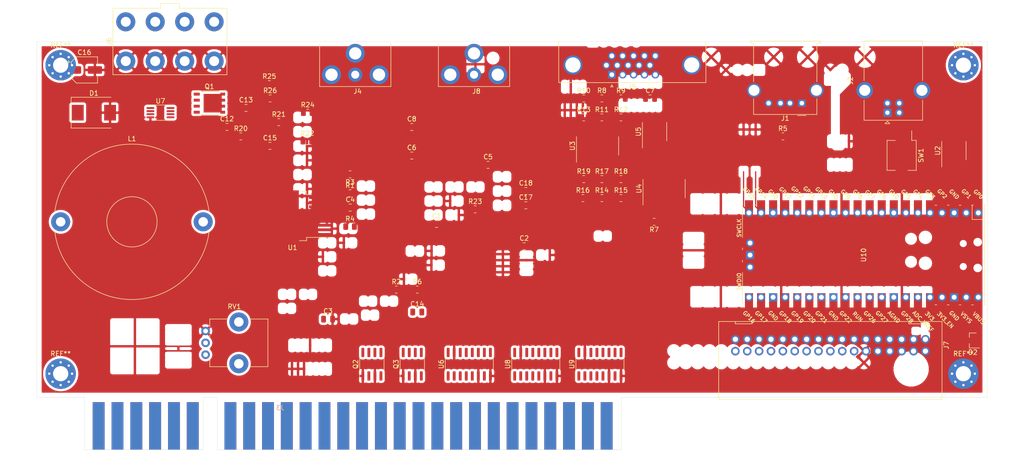
<source format=kicad_pcb>
(kicad_pcb (version 20171130) (host pcbnew 5.1.9-1.fc33)
  (layers (0 F.Cu signal) (31 B.Cu signal) (34 B.Paste user) (35 F.Paste user) (36 B.SilkS user) (37 F.SilkS user) (38 B.Mask user) (39 F.Mask user) (44 Edge.Cuts user))
  (net 0 "")
  (net 1 GND)
  (net 2 +12V)
  (net 3 "Net-(C2-Pad2)")
  (net 4 "Net-(C2-Pad1)")
  (net 5 +5V)
  (net 6 "Net-(C4-Pad1)")
  (net 7 "Net-(C7-Pad1)")
  (net 8 "Net-(C8-Pad2)")
  (net 9 "Net-(C8-Pad1)")
  (net 10 "Net-(C12-Pad2)")
  (net 11 "Net-(C15-Pad2)")
  (net 12 +3V3)
  (net 13 "Net-(C17-Pad2)")
  (net 14 "Net-(C18-Pad1)")
  (net 15 "Net-(D1-Pad1)")
  (net 16 "Net-(D2-Pad2)")
  (net 17 "Net-(D2-Pad1)")
  (net 18 "Net-(J1-Pad1)")
  (net 19 "Net-(J1-Pad2)")
  (net 20 "Net-(J1-Pad3)")
  (net 21 "Net-(J2-Pad1)")
  (net 22 /p2_4)
  (net 23 /p2start)
  (net 24 "Net-(J3-PadR)")
  (net 25 "Net-(J3-PadS)")
  (net 26 /p2select)
  (net 27 /lockout1)
  (net 28 /p2up)
  (net 29 /jamma_green)
  (net 30 /p2right)
  (net 31 /jamma_sync)
  (net 32 /p2left)
  (net 33 -5V)
  (net 34 /c2)
  (net 35 /p2down)
  (net 36 /p2_3)
  (net 37 /meter1)
  (net 38 /p2_1)
  (net 39 "Net-(J3-PadM)")
  (net 40 /p2_2)
  (net 41 /p1select)
  (net 42 /p1_4)
  (net 43 /p1_3)
  (net 44 /p1_2)
  (net 45 /p1_1)
  (net 46 /p1right)
  (net 47 /p1left)
  (net 48 /p1down)
  (net 49 /p1up)
  (net 50 /p1start)
  (net 51 /c1)
  (net 52 "Net-(J3-Pad15)")
  (net 53 /jamma_blue)
  (net 54 /jamma_red)
  (net 55 "Net-(J3-Pad11)")
  (net 56 /speaker+)
  (net 57 /lockout2)
  (net 58 /meter2)
  (net 59 "Net-(J5-Pad15)")
  (net 60 "Net-(J5-Pad14)")
  (net 61 /vga_hsync)
  (net 62 "Net-(J5-Pad12)")
  (net 63 /vga_vsync)
  (net 64 "Net-(J5-Pad4)")
  (net 65 /vga_blue)
  (net 66 /vga_green)
  (net 67 /vga_red)
  (net 68 "Net-(J6-Pad1)")
  (net 69 "Net-(J7-Pad1)")
  (net 70 "Net-(J7-Pad2)")
  (net 71 "Net-(J7-Pad3)")
  (net 72 "Net-(J7-Pad4)")
  (net 73 "Net-(J7-Pad5)")
  (net 74 "Net-(J7-Pad6)")
  (net 75 "Net-(J7-Pad7)")
  (net 76 "Net-(J7-Pad8)")
  (net 77 /p2_6)
  (net 78 "Net-(J7-Pad10)")
  (net 79 "Net-(J7-Pad11)")
  (net 80 "Net-(J7-Pad12)")
  (net 81 "Net-(J7-Pad13)")
  (net 82 "Net-(J7-Pad14)")
  (net 83 /p1_6)
  (net 84 "Net-(J7-Pad16)")
  (net 85 /p1_5)
  (net 86 "Net-(J7-Pad18)")
  (net 87 "Net-(J7-Pad20)")
  (net 88 "Net-(J7-Pad22)")
  (net 89 /p2_5)
  (net 90 "Net-(J7-Pad24)")
  (net 91 "Net-(J7-Pad25)")
  (net 92 "Net-(J7-Pad26)")
  (net 93 "Net-(J7-Pad27)")
  (net 94 "Net-(J7-Pad28)")
  (net 95 "Net-(J7-Pad29)")
  (net 96 "Net-(J7-Pad30)")
  (net 97 "Net-(J7-Pad31)")
  (net 98 "Net-(J7-Pad32)")
  (net 99 "Net-(Q1-Pad4)")
  (net 100 /lockout1_ctl)
  (net 101 /meter1_ctl)
  (net 102 /lockout2_ctl)
  (net 103 /meter2_ctl)
  (net 104 /speaker-)
  (net 105 "Net-(R1-Pad1)")
  (net 106 "Net-(R2-Pad2)")
  (net 107 "Net-(R2-Pad1)")
  (net 108 "Net-(R11-Pad2)")
  (net 109 "Net-(R12-Pad2)")
  (net 110 "Net-(R13-Pad2)")
  (net 111 "Net-(R14-Pad1)")
  (net 112 "Net-(R15-Pad1)")
  (net 113 "Net-(R16-Pad1)")
  (net 114 "Net-(R25-Pad1)")
  (net 115 "Net-(SW1-Pad4)")
  (net 116 "Net-(SW1-Pad3)")
  (net 117 /jvs_tx)
  (net 118 /jvs_de)
  (net 119 /jvs_re)
  (net 120 /jvs_rx)
  (net 121 "Net-(U4-Pad3)")
  (net 122 "Net-(U6-Pad14)")
  (net 123 "Net-(U6-Pad13)")
  (net 124 "Net-(U6-Pad12)")
  (net 125 "Net-(U6-Pad11)")
  (net 126 "Net-(U6-Pad10)")
  (net 127 /sr_clr)
  (net 128 /sr_clk)
  (net 129 "Net-(U6-Pad5)")
  (net 130 "Net-(U6-Pad4)")
  (net 131 "Net-(U6-Pad3)")
  (net 132 "Net-(U6-Pad2)")
  (net 133 "Net-(U6-Pad1)")
  (net 134 "Net-(U8-Pad14)")
  (net 135 "Net-(U8-Pad13)")
  (net 136 "Net-(U8-Pad12)")
  (net 137 "Net-(U8-Pad11)")
  (net 138 "Net-(U8-Pad10)")
  (net 139 "Net-(U8-Pad5)")
  (net 140 "Net-(U8-Pad4)")
  (net 141 "Net-(U8-Pad3)")
  (net 142 "Net-(U8-Pad2)")
  (net 143 "Net-(U9-Pad14)")
  (net 144 /sr_data)
  (net 145 "Net-(U9-Pad12)")
  (net 146 "Net-(U9-Pad11)")
  (net 147 "Net-(U9-Pad10)")
  (net 148 "Net-(U9-Pad5)")
  (net 149 "Net-(U9-Pad4)")
  (net 150 "Net-(U9-Pad3)")
  (net 151 "Net-(U9-Pad2)")
  (net 152 "Net-(U10-Pad43)")
  (net 153 "Net-(U10-Pad41)")
  (net 154 "Net-(U10-Pad21)")
  (net 155 "Net-(U10-Pad22)")
  (net 156 "Net-(U10-Pad24)")
  (net 157 "Net-(U10-Pad25)")
  (net 158 "Net-(U10-Pad26)")
  (net 159 "Net-(U10-Pad27)")
  (net 160 "Net-(U10-Pad29)")
  (net 161 "Net-(U10-Pad30)")
  (net 162 "Net-(U10-Pad31)")
  (net 163 "Net-(U10-Pad32)")
  (net 164 "Net-(U10-Pad34)")
  (net 165 "Net-(U10-Pad35)")
  (net 166 "Net-(U10-Pad37)")
  (net 167 "Net-(U10-Pad40)")
  (net 168 "Net-(U10-Pad20)")
  (net 169 "Net-(U10-Pad19)")
  (net 170 "Net-(U10-Pad17)")
  (net 171 "Net-(Q1-Pad5)")
  (module Capacitor_SMD:C_0805_2012Metric (layer F.Cu) (at 201.05 84)
    (fp_text reference C7 (at 0 -1.68) (layer F.SilkS))
    (fp_text value 0.1uF)
    (pad 2 smd roundrect (at 0.95 0) (size 1 1.45) (layers F.Cu F.Paste F.Mask) (net 1 GND))
    (pad 1 smd roundrect (at -0.95 0) (size 1 1.45) (layers F.Cu F.Paste F.Mask) (net 7 "Net-(C7-Pad1)"))
  )
  (module td-io:CUI_RCJ-01X (layer F.Cu) (at 164 79)
    (fp_text reference J8 (at 0.5 3.5) (layer F.SilkS))
    (fp_text value Conn_Coaxial)
    (pad 2 thru_hole circle (at 0 -4.5) (size 4 4) (drill 2.6) (layers *.Cu *.Mask) (net 1 GND))
    (pad 2 thru_hole circle (at -5 0) (size 4 4) (drill 2.6) (layers *.Cu *.Mask) (net 1 GND))
    (pad 2 thru_hole circle (at 5 0) (size 4 4) (drill 2.6) (layers *.Cu *.Mask) (net 1 GND))
    (pad 1 thru_hole circle (at 0 0) (size 3 3) (drill 1.7) (layers *.Cu *.Mask) (net 8 "Net-(C8-Pad2)"))
  )
  (module td-io:CUI_RCJ-01X (layer F.Cu) (at 139 79)
    (fp_text reference J4 (at 0.5 3.5) (layer F.SilkS))
    (fp_text value Conn_Coaxial)
    (pad 2 thru_hole circle (at 0 -4.5) (size 4 4) (drill 2.6) (layers *.Cu *.Mask) (net 1 GND))
    (pad 2 thru_hole circle (at -5 0) (size 4 4) (drill 2.6) (layers *.Cu *.Mask) (net 1 GND))
    (pad 2 thru_hole circle (at 5 0) (size 4 4) (drill 2.6) (layers *.Cu *.Mask) (net 1 GND))
    (pad 1 thru_hole circle (at 0 0) (size 3 3) (drill 1.7) (layers *.Cu *.Mask) (net 3 "Net-(C2-Pad2)"))
  )
  (module td-io:DF1BZ-34DP-2.5DS (layer F.Cu) (at 239 136 180)
    (fp_text reference J7 (at -24.4 0 90) (layer F.SilkS))
    (fp_text value Conn_02x17_Odd_Even)
    (pad 1 thru_hole circle (at 20 1.25 180) (size 1.8 1.8) (drill 1.1) (layers *.Cu *.Mask) (net 69 "Net-(J7-Pad1)"))
    (pad 2 thru_hole circle (at 20 -1.25 180) (size 1.8 1.8) (drill 1.1) (layers *.Cu *.Mask) (net 70 "Net-(J7-Pad2)"))
    (pad 3 thru_hole circle (at 17.5 1.25 180) (size 1.8 1.8) (drill 1.1) (layers *.Cu *.Mask) (net 71 "Net-(J7-Pad3)"))
    (pad 4 thru_hole circle (at 17.5 -1.25 180) (size 1.8 1.8) (drill 1.1) (layers *.Cu *.Mask) (net 72 "Net-(J7-Pad4)"))
    (pad 5 thru_hole circle (at 15 1.25 180) (size 1.8 1.8) (drill 1.1) (layers *.Cu *.Mask) (net 73 "Net-(J7-Pad5)"))
    (pad 6 thru_hole circle (at 15 -1.25 180) (size 1.8 1.8) (drill 1.1) (layers *.Cu *.Mask) (net 74 "Net-(J7-Pad6)"))
    (pad 7 thru_hole circle (at 12.5 1.25 180) (size 1.8 1.8) (drill 1.1) (layers *.Cu *.Mask) (net 75 "Net-(J7-Pad7)"))
    (pad 8 thru_hole circle (at 12.5 -1.25 180) (size 1.8 1.8) (drill 1.1) (layers *.Cu *.Mask) (net 76 "Net-(J7-Pad8)"))
    (pad 9 thru_hole circle (at 10 1.25 180) (size 1.8 1.8) (drill 1.1) (layers *.Cu *.Mask) (net 77 /p2_6))
    (pad 10 thru_hole circle (at 10 -1.25 180) (size 1.8 1.8) (drill 1.1) (layers *.Cu *.Mask) (net 78 "Net-(J7-Pad10)"))
    (pad 11 thru_hole circle (at 7.5 1.25 180) (size 1.8 1.8) (drill 1.1) (layers *.Cu *.Mask) (net 79 "Net-(J7-Pad11)"))
    (pad 12 thru_hole circle (at 7.5 -1.25 180) (size 1.8 1.8) (drill 1.1) (layers *.Cu *.Mask) (net 80 "Net-(J7-Pad12)"))
    (pad 13 thru_hole circle (at 5 1.25 180) (size 1.8 1.8) (drill 1.1) (layers *.Cu *.Mask) (net 81 "Net-(J7-Pad13)"))
    (pad 14 thru_hole circle (at 5 -1.25 180) (size 1.8 1.8) (drill 1.1) (layers *.Cu *.Mask) (net 82 "Net-(J7-Pad14)"))
    (pad 15 thru_hole circle (at 2.5 1.25 180) (size 1.8 1.8) (drill 1.1) (layers *.Cu *.Mask) (net 83 /p1_6))
    (pad 16 thru_hole circle (at 2.5 -1.25 180) (size 1.8 1.8) (drill 1.1) (layers *.Cu *.Mask) (net 84 "Net-(J7-Pad16)"))
    (pad 17 thru_hole circle (at 0 1.25 180) (size 1.8 1.8) (drill 1.1) (layers *.Cu *.Mask) (net 85 /p1_5))
    (pad 18 thru_hole circle (at 0 -1.25 180) (size 1.8 1.8) (drill 1.1) (layers *.Cu *.Mask) (net 86 "Net-(J7-Pad18)"))
    (pad 19 thru_hole circle (at -2.5 1.25 180) (size 1.8 1.8) (drill 1.1) (layers *.Cu *.Mask) (net 42 /p1_4))
    (pad 20 thru_hole circle (at -2.5 -1.25 180) (size 1.8 1.8) (drill 1.1) (layers *.Cu *.Mask) (net 87 "Net-(J7-Pad20)"))
    (pad 21 thru_hole circle (at -5 1.25 180) (size 1.8 1.8) (drill 1.1) (layers *.Cu *.Mask) (net 22 /p2_4))
    (pad 22 thru_hole circle (at -5 -1.25 180) (size 1.8 1.8) (drill 1.1) (layers *.Cu *.Mask) (net 88 "Net-(J7-Pad22)"))
    (pad 23 thru_hole circle (at -7.5 1.25 180) (size 1.8 1.8) (drill 1.1) (layers *.Cu *.Mask) (net 89 /p2_5))
    (pad 24 thru_hole circle (at -7.5 -1.25 180) (size 1.8 1.8) (drill 1.1) (layers *.Cu *.Mask) (net 90 "Net-(J7-Pad24)"))
    (pad 25 thru_hole circle (at -10 1.25 180) (size 1.8 1.8) (drill 1.1) (layers *.Cu *.Mask) (net 91 "Net-(J7-Pad25)"))
    (pad 26 thru_hole circle (at -10 -1.25 180) (size 1.8 1.8) (drill 1.1) (layers *.Cu *.Mask) (net 92 "Net-(J7-Pad26)"))
    (pad 27 thru_hole circle (at -12.5 1.25 180) (size 1.8 1.8) (drill 1.1) (layers *.Cu *.Mask) (net 93 "Net-(J7-Pad27)"))
    (pad 28 thru_hole circle (at -12.5 -1.25 180) (size 1.8 1.8) (drill 1.1) (layers *.Cu *.Mask) (net 94 "Net-(J7-Pad28)"))
    (pad 29 thru_hole circle (at -15 1.25 180) (size 1.8 1.8) (drill 1.1) (layers *.Cu *.Mask) (net 95 "Net-(J7-Pad29)"))
    (pad 30 thru_hole circle (at -15 -1.25 180) (size 1.8 1.8) (drill 1.1) (layers *.Cu *.Mask) (net 96 "Net-(J7-Pad30)"))
    (pad 31 thru_hole circle (at -17.5 1.25 180) (size 1.8 1.8) (drill 1.1) (layers *.Cu *.Mask) (net 97 "Net-(J7-Pad31)"))
    (pad 32 thru_hole circle (at -17.5 -1.25 180) (size 1.8 1.8) (drill 1.1) (layers *.Cu *.Mask) (net 98 "Net-(J7-Pad32)"))
    (pad 33 thru_hole circle (at -20 1.25 180) (size 1.8 1.8) (drill 1.1) (layers *.Cu *.Mask) (net 1 GND))
    (pad 34 thru_hole circle (at -20 -1.25 180) (size 1.8 1.8) (drill 1.1) (layers *.Cu *.Mask) (net 1 GND))
  )
  (module Connector_Dsub:DSUB-15-HD_Female_Horizontal_P2.29x1.98mm_EdgePinOffset3.03mm_Housed_MountingHolesOffset4.94mm (layer F.Cu) (at 193 79 180)
    (fp_text reference J5 (at -4.315 -2.61) (layer F.SilkS))
    (fp_text value DB15_Female_HighDensity)
    (pad 0 thru_hole circle (at 8.185 2.05 180) (size 4 4) (drill 3.2) (layers *.Cu *.Mask))
    (pad 0 thru_hole circle (at -16.815 2.05 180) (size 4 4) (drill 3.2) (layers *.Cu *.Mask))
    (pad 15 thru_hole circle (at -9.16 3.96 180) (size 1.6 1.6) (drill 1) (layers *.Cu *.Mask) (net 59 "Net-(J5-Pad15)"))
    (pad 14 thru_hole circle (at -6.87 3.96 180) (size 1.6 1.6) (drill 1) (layers *.Cu *.Mask) (net 60 "Net-(J5-Pad14)"))
    (pad 13 thru_hole circle (at -4.58 3.96 180) (size 1.6 1.6) (drill 1) (layers *.Cu *.Mask) (net 61 /vga_hsync))
    (pad 12 thru_hole circle (at -2.29 3.96 180) (size 1.6 1.6) (drill 1) (layers *.Cu *.Mask) (net 62 "Net-(J5-Pad12)"))
    (pad 11 thru_hole circle (at 0 3.96 180) (size 1.6 1.6) (drill 1) (layers *.Cu *.Mask) (net 63 /vga_vsync))
    (pad 10 thru_hole circle (at -8.015 1.98 180) (size 1.6 1.6) (drill 1) (layers *.Cu *.Mask) (net 1 GND))
    (pad 9 thru_hole circle (at -5.725 1.98 180) (size 1.6 1.6) (drill 1) (layers *.Cu *.Mask) (net 7 "Net-(C7-Pad1)"))
    (pad 8 thru_hole circle (at -3.435 1.98 180) (size 1.6 1.6) (drill 1) (layers *.Cu *.Mask) (net 1 GND))
    (pad 7 thru_hole circle (at -1.145 1.98 180) (size 1.6 1.6) (drill 1) (layers *.Cu *.Mask) (net 1 GND))
    (pad 6 thru_hole circle (at 1.145 1.98 180) (size 1.6 1.6) (drill 1) (layers *.Cu *.Mask) (net 1 GND))
    (pad 5 thru_hole circle (at -9.16 0 180) (size 1.6 1.6) (drill 1) (layers *.Cu *.Mask) (net 1 GND))
    (pad 4 thru_hole circle (at -6.87 0 180) (size 1.6 1.6) (drill 1) (layers *.Cu *.Mask) (net 64 "Net-(J5-Pad4)"))
    (pad 3 thru_hole circle (at -4.58 0 180) (size 1.6 1.6) (drill 1) (layers *.Cu *.Mask) (net 65 /vga_blue))
    (pad 2 thru_hole circle (at -2.29 0 180) (size 1.6 1.6) (drill 1) (layers *.Cu *.Mask) (net 66 /vga_green))
    (pad 1 thru_hole rect (at 0 0 180) (size 1.6 1.6) (drill 1) (layers *.Cu *.Mask) (net 67 /vga_red))
  )
  (module Package_SO:SOIC-8_3.9x4.9mm_P1.27mm (layer F.Cu) (at 202 91 90)
    (fp_text reference U5 (at 0 -3.4 90) (layer F.SilkS))
    (fp_text value AT24CS01-SSHM)
    (pad 8 smd roundrect (at 2.475 -1.905 90) (size 1.95 0.6) (layers F.Cu F.Paste F.Mask) (net 7 "Net-(C7-Pad1)"))
    (pad 7 smd roundrect (at 2.475 -0.635 90) (size 1.95 0.6) (layers F.Cu F.Paste F.Mask) (net 1 GND))
    (pad 6 smd roundrect (at 2.475 0.635 90) (size 1.95 0.6) (layers F.Cu F.Paste F.Mask) (net 59 "Net-(J5-Pad15)"))
    (pad 5 smd roundrect (at 2.475 1.905 90) (size 1.95 0.6) (layers F.Cu F.Paste F.Mask) (net 62 "Net-(J5-Pad12)"))
    (pad 4 smd roundrect (at -2.475 1.905 90) (size 1.95 0.6) (layers F.Cu F.Paste F.Mask) (net 1 GND))
    (pad 3 smd roundrect (at -2.475 0.635 90) (size 1.95 0.6) (layers F.Cu F.Paste F.Mask) (net 1 GND))
    (pad 2 smd roundrect (at -2.475 -0.635 90) (size 1.95 0.6) (layers F.Cu F.Paste F.Mask) (net 1 GND))
    (pad 1 smd roundrect (at -2.475 -1.905 90) (size 1.95 0.6) (layers F.Cu F.Paste F.Mask) (net 1 GND))
  )
  (module MountingHole:MountingHole_3.2mm_M3_Pad_Via (layer F.Cu) (at 77 77)
    (fp_text reference REF** (at 0 -4.2) (layer F.SilkS))
    (fp_text value MountingHole_3.2mm_M3_Pad_Via)
    (pad 1 thru_hole circle (at 0 0) (size 6.4 6.4) (drill 3.2) (layers *.Cu *.Mask))
    (pad 1 thru_hole circle (at 2.4 0) (size 0.8 0.8) (drill 0.5) (layers *.Cu *.Mask))
    (pad 1 thru_hole circle (at 1.697056 1.697056) (size 0.8 0.8) (drill 0.5) (layers *.Cu *.Mask))
    (pad 1 thru_hole circle (at 0 2.4) (size 0.8 0.8) (drill 0.5) (layers *.Cu *.Mask))
    (pad 1 thru_hole circle (at -1.697056 1.697056) (size 0.8 0.8) (drill 0.5) (layers *.Cu *.Mask))
    (pad 1 thru_hole circle (at -2.4 0) (size 0.8 0.8) (drill 0.5) (layers *.Cu *.Mask))
    (pad 1 thru_hole circle (at -1.697056 -1.697056) (size 0.8 0.8) (drill 0.5) (layers *.Cu *.Mask))
    (pad 1 thru_hole circle (at 0 -2.4) (size 0.8 0.8) (drill 0.5) (layers *.Cu *.Mask))
    (pad 1 thru_hole circle (at 1.697056 -1.697056) (size 0.8 0.8) (drill 0.5) (layers *.Cu *.Mask))
  )
  (module MountingHole:MountingHole_3.2mm_M3_Pad_Via (layer F.Cu) (at 77 142)
    (fp_text reference REF** (at 0 -4.2) (layer F.SilkS))
    (fp_text value MountingHole_3.2mm_M3_Pad_Via)
    (pad 1 thru_hole circle (at 0 0) (size 6.4 6.4) (drill 3.2) (layers *.Cu *.Mask))
    (pad 1 thru_hole circle (at 2.4 0) (size 0.8 0.8) (drill 0.5) (layers *.Cu *.Mask))
    (pad 1 thru_hole circle (at 1.697056 1.697056) (size 0.8 0.8) (drill 0.5) (layers *.Cu *.Mask))
    (pad 1 thru_hole circle (at 0 2.4) (size 0.8 0.8) (drill 0.5) (layers *.Cu *.Mask))
    (pad 1 thru_hole circle (at -1.697056 1.697056) (size 0.8 0.8) (drill 0.5) (layers *.Cu *.Mask))
    (pad 1 thru_hole circle (at -2.4 0) (size 0.8 0.8) (drill 0.5) (layers *.Cu *.Mask))
    (pad 1 thru_hole circle (at -1.697056 -1.697056) (size 0.8 0.8) (drill 0.5) (layers *.Cu *.Mask))
    (pad 1 thru_hole circle (at 0 -2.4) (size 0.8 0.8) (drill 0.5) (layers *.Cu *.Mask))
    (pad 1 thru_hole circle (at 1.697056 -1.697056) (size 0.8 0.8) (drill 0.5) (layers *.Cu *.Mask))
  )
  (module MountingHole:MountingHole_3.2mm_M3_Pad_Via (layer F.Cu) (at 267 77)
    (fp_text reference REF** (at 0 -4.2) (layer F.SilkS))
    (fp_text value MountingHole_3.2mm_M3_Pad_Via)
    (pad 1 thru_hole circle (at 0 0) (size 6.4 6.4) (drill 3.2) (layers *.Cu *.Mask))
    (pad 1 thru_hole circle (at 2.4 0) (size 0.8 0.8) (drill 0.5) (layers *.Cu *.Mask))
    (pad 1 thru_hole circle (at 1.697056 1.697056) (size 0.8 0.8) (drill 0.5) (layers *.Cu *.Mask))
    (pad 1 thru_hole circle (at 0 2.4) (size 0.8 0.8) (drill 0.5) (layers *.Cu *.Mask))
    (pad 1 thru_hole circle (at -1.697056 1.697056) (size 0.8 0.8) (drill 0.5) (layers *.Cu *.Mask))
    (pad 1 thru_hole circle (at -2.4 0) (size 0.8 0.8) (drill 0.5) (layers *.Cu *.Mask))
    (pad 1 thru_hole circle (at -1.697056 -1.697056) (size 0.8 0.8) (drill 0.5) (layers *.Cu *.Mask))
    (pad 1 thru_hole circle (at 0 -2.4) (size 0.8 0.8) (drill 0.5) (layers *.Cu *.Mask))
    (pad 1 thru_hole circle (at 1.697056 -1.697056) (size 0.8 0.8) (drill 0.5) (layers *.Cu *.Mask))
  )
  (module MountingHole:MountingHole_3.2mm_M3_Pad_Via (layer F.Cu) (at 267 142)
    (fp_text reference REF** (at 0 -4.2) (layer F.SilkS))
    (fp_text value MountingHole_3.2mm_M3_Pad_Via)
    (pad 1 thru_hole circle (at 1.697056 -1.697056) (size 0.8 0.8) (drill 0.5) (layers *.Cu *.Mask))
    (pad 1 thru_hole circle (at 0 -2.4) (size 0.8 0.8) (drill 0.5) (layers *.Cu *.Mask))
    (pad 1 thru_hole circle (at -1.697056 -1.697056) (size 0.8 0.8) (drill 0.5) (layers *.Cu *.Mask))
    (pad 1 thru_hole circle (at -2.4 0) (size 0.8 0.8) (drill 0.5) (layers *.Cu *.Mask))
    (pad 1 thru_hole circle (at -1.697056 1.697056) (size 0.8 0.8) (drill 0.5) (layers *.Cu *.Mask))
    (pad 1 thru_hole circle (at 0 2.4) (size 0.8 0.8) (drill 0.5) (layers *.Cu *.Mask))
    (pad 1 thru_hole circle (at 1.697056 1.697056) (size 0.8 0.8) (drill 0.5) (layers *.Cu *.Mask))
    (pad 1 thru_hole circle (at 2.4 0) (size 0.8 0.8) (drill 0.5) (layers *.Cu *.Mask))
    (pad 1 thru_hole circle (at 0 0) (size 6.4 6.4) (drill 3.2) (layers *.Cu *.Mask))
  )
  (module Connector_USB:USB_A_Molex_67643_Horizontal (layer F.Cu) (at 233 85 180)
    (fp_text reference J1 (at 3.5 -3.19) (layer F.SilkS))
    (fp_text value USB_A)
    (pad 4 thru_hole circle (at 7 0 180) (size 1.6 1.6) (drill 0.95) (layers *.Cu *.Mask) (net 1 GND))
    (pad 3 thru_hole circle (at 4.5 0 180) (size 1.6 1.6) (drill 0.95) (layers *.Cu *.Mask) (net 20 "Net-(J1-Pad3)"))
    (pad 2 thru_hole circle (at 2.5 0 180) (size 1.6 1.6) (drill 0.95) (layers *.Cu *.Mask) (net 19 "Net-(J1-Pad2)"))
    (pad 1 thru_hole rect (at 0 0 180) (size 1.6 1.5) (drill 0.95) (layers *.Cu *.Mask) (net 18 "Net-(J1-Pad1)"))
    (pad 5 thru_hole circle (at 10.07 2.71 180) (size 3 3) (drill 2.3) (layers *.Cu *.Mask) (net 1 GND))
    (pad 5 thru_hole circle (at -3.07 2.71 180) (size 3 3) (drill 2.3) (layers *.Cu *.Mask) (net 1 GND))
  )
  (module Package_SO:SOIC-8_3.9x4.9mm_P1.27mm (layer F.Cu) (at 265 95 90)
    (fp_text reference U2 (at 0 -3.4 90) (layer F.SilkS))
    (fp_text value ST485EB)
    (pad 8 smd roundrect (at 2.475 -1.905 90) (size 1.95 0.6) (layers F.Cu F.Paste F.Mask) (net 5 +5V))
    (pad 7 smd roundrect (at 2.475 -0.635 90) (size 1.95 0.6) (layers F.Cu F.Paste F.Mask) (net 20 "Net-(J1-Pad3)"))
    (pad 6 smd roundrect (at 2.475 0.635 90) (size 1.95 0.6) (layers F.Cu F.Paste F.Mask) (net 19 "Net-(J1-Pad2)"))
    (pad 5 smd roundrect (at 2.475 1.905 90) (size 1.95 0.6) (layers F.Cu F.Paste F.Mask) (net 1 GND))
    (pad 4 smd roundrect (at -2.475 1.905 90) (size 1.95 0.6) (layers F.Cu F.Paste F.Mask) (net 117 /jvs_tx))
    (pad 3 smd roundrect (at -2.475 0.635 90) (size 1.95 0.6) (layers F.Cu F.Paste F.Mask) (net 118 /jvs_de))
    (pad 2 smd roundrect (at -2.475 -0.635 90) (size 1.95 0.6) (layers F.Cu F.Paste F.Mask) (net 119 /jvs_re))
    (pad 1 smd roundrect (at -2.475 -1.905 90) (size 1.95 0.6) (layers F.Cu F.Paste F.Mask) (net 120 /jvs_rx))
  )
  (module Package_TO_SOT_SMD:TO-263-9_TabPin5 (layer F.Cu) (at 125.8 108.775 180)
    (fp_text reference U1 (at 0 -6.65) (layer F.SilkS))
    (fp_text value LM4950TS)
    (pad 9 smd rect (at -5.775 3.88 180) (size 4.6 0.61) (layers F.Cu F.Paste F.Mask) (net 105 "Net-(R1-Pad1)"))
    (pad 8 smd rect (at -5.775 2.91 180) (size 4.6 0.61) (layers F.Cu F.Paste F.Mask) (net 6 "Net-(C4-Pad1)"))
    (pad 7 smd rect (at -5.775 1.94 180) (size 4.6 0.61) (layers F.Cu F.Paste F.Mask) (net 104 /speaker-))
    (pad 6 smd rect (at -5.775 0.97 180) (size 4.6 0.61) (layers F.Cu F.Paste F.Mask) (net 2 +12V))
    (pad 5 smd rect (at -5.775 0 180) (size 4.6 0.61) (layers F.Cu F.Paste F.Mask) (net 1 GND))
    (pad 4 smd rect (at -5.775 -0.97 180) (size 4.6 0.61) (layers F.Cu F.Paste F.Mask) (net 1 GND))
    (pad 3 smd rect (at -5.775 -1.94 180) (size 4.6 0.61) (layers F.Cu F.Paste F.Mask) (net 56 /speaker+))
    (pad 2 smd rect (at -5.775 -2.91 180) (size 4.6 0.61) (layers F.Cu F.Paste F.Mask) (net 2 +12V))
    (pad 1 smd rect (at -5.775 -3.88 180) (size 4.6 0.61) (layers F.Cu F.Paste F.Mask) (net 107 "Net-(R2-Pad1)"))
    (pad 5 smd rect (at 3.375 0 180) (size 9.4 10.8) (layers F.Cu F.Mask) (net 1 GND))
  )
  (module MCU_RaspberryPi_and_Boards:RPi_Pico_SMD_TH (layer F.Cu) (at 246 117 270)
    (fp_text reference U10 (at 0 0 90) (layer F.SilkS))
    (fp_text value Pico)
    (fp_text user SWDIO (at 5.6 26.2 90) (layer F.SilkS) (effects (font (size 0.8 0.8))))
    (fp_text user SWCLK (at -5.7 26.2 90) (layer F.SilkS) (effects (font (size 0.8 0.8))))
    (fp_text user AGND (at 13.054 -6.35 135) (layer F.SilkS) (effects (font (size 0.8 0.8))))
    (fp_text user GND (at 12.8 -19.05 135) (layer F.SilkS) (effects (font (size 0.8 0.8))))
    (fp_text user GND (at 12.8 6.35 135) (layer F.SilkS) (effects (font (size 0.8 0.8))))
    (fp_text user GND (at 12.8 19.05 135) (layer F.SilkS) (effects (font (size 0.8 0.8))))
    (fp_text user GND (at -12.8 19.05 135) (layer F.SilkS) (effects (font (size 0.8 0.8))))
    (fp_text user GND (at -12.8 6.35 135) (layer F.SilkS) (effects (font (size 0.8 0.8))))
    (fp_text user GND (at -12.8 -6.35 135) (layer F.SilkS) (effects (font (size 0.8 0.8))))
    (fp_text user GND (at -12.8 -19.05 135) (layer F.SilkS) (effects (font (size 0.8 0.8))))
    (fp_text user VBUS (at 13.3 -24.2 135) (layer F.SilkS) (effects (font (size 0.8 0.8))))
    (fp_text user VSYS (at 13.2 -21.59 135) (layer F.SilkS) (effects (font (size 0.8 0.8))))
    (fp_text user 3V3_EN (at 13.7 -17.2 135) (layer F.SilkS) (effects (font (size 0.8 0.8))))
    (fp_text user 3V3 (at 12.9 -13.9 135) (layer F.SilkS) (effects (font (size 0.8 0.8))))
    (fp_text user ADC_VREF (at 14 -12.5 135) (layer F.SilkS) (effects (font (size 0.8 0.8))))
    (fp_text user GP28 (at 13.054 -9.144 135) (layer F.SilkS) (effects (font (size 0.8 0.8))))
    (fp_text user GP27 (at 13.054 -3.8 135) (layer F.SilkS) (effects (font (size 0.8 0.8))))
    (fp_text user GP26 (at 13.054 -1.27 135) (layer F.SilkS) (effects (font (size 0.8 0.8))))
    (fp_text user RUN (at 13 1.27 135) (layer F.SilkS) (effects (font (size 0.8 0.8))))
    (fp_text user GP22 (at 13.054 3.81 135) (layer F.SilkS) (effects (font (size 0.8 0.8))))
    (fp_text user GP21 (at 13.054 8.9 135) (layer F.SilkS) (effects (font (size 0.8 0.8))))
    (fp_text user GP20 (at 13.054 11.43 135) (layer F.SilkS) (effects (font (size 0.8 0.8))))
    (fp_text user GP19 (at 13.054 13.97 135) (layer F.SilkS) (effects (font (size 0.8 0.8))))
    (fp_text user GP18 (at 13.054 16.51 135) (layer F.SilkS) (effects (font (size 0.8 0.8))))
    (fp_text user GP17 (at 13.054 21.59 135) (layer F.SilkS) (effects (font (size 0.8 0.8))))
    (fp_text user GP16 (at 13.054 24.13 135) (layer F.SilkS) (effects (font (size 0.8 0.8))))
    (fp_text user GP15 (at -13.054 24.13 135) (layer F.SilkS) (effects (font (size 0.8 0.8))))
    (fp_text user GP14 (at -13.1 21.59 135) (layer F.SilkS) (effects (font (size 0.8 0.8))))
    (fp_text user GP13 (at -13.054 16.51 135) (layer F.SilkS) (effects (font (size 0.8 0.8))))
    (fp_text user GP12 (at -13.2 13.97 135) (layer F.SilkS) (effects (font (size 0.8 0.8))))
    (fp_text user GP11 (at -13.2 11.43 135) (layer F.SilkS) (effects (font (size 0.8 0.8))))
    (fp_text user GP10 (at -13.054 8.89 135) (layer F.SilkS) (effects (font (size 0.8 0.8))))
    (fp_text user GP9 (at -12.8 3.81 135) (layer F.SilkS) (effects (font (size 0.8 0.8))))
    (fp_text user GP8 (at -12.8 1.27 135) (layer F.SilkS) (effects (font (size 0.8 0.8))))
    (fp_text user GP7 (at -12.7 -1.3 135) (layer F.SilkS) (effects (font (size 0.8 0.8))))
    (fp_text user GP6 (at -12.8 -3.81 135) (layer F.SilkS) (effects (font (size 0.8 0.8))))
    (fp_text user GP5 (at -12.8 -8.89 135) (layer F.SilkS) (effects (font (size 0.8 0.8))))
    (fp_text user GP4 (at -12.8 -11.43 135) (layer F.SilkS) (effects (font (size 0.8 0.8))))
    (fp_text user GP3 (at -12.8 -13.97 135) (layer F.SilkS) (effects (font (size 0.8 0.8))))
    (fp_text user GP0 (at -12.8 -24.13 135) (layer F.SilkS) (effects (font (size 0.8 0.8))))
    (fp_text user GP2 (at -12.9 -16.51 135) (layer F.SilkS) (effects (font (size 0.8 0.8))))
    (fp_text user GP1 (at -12.9 -21.6 135) (layer F.SilkS) (effects (font (size 0.8 0.8))))
    (pad 43 thru_hole oval (at 2.54 23.9 270) (size 1.7 1.7) (drill 1.02) (layers *.Cu *.Mask) (net 152 "Net-(U10-Pad43)"))
    (pad 43 smd rect (at 2.54 23.9) (size 3.5 1.7) (drill (offset -0.9 0)) (layers F.Cu F.Mask) (net 152 "Net-(U10-Pad43)"))
    (pad 42 thru_hole rect (at 0 23.9 270) (size 1.7 1.7) (drill 1.02) (layers *.Cu *.Mask) (net 1 GND))
    (pad 42 smd rect (at 0 23.9) (size 3.5 1.7) (drill (offset -0.9 0)) (layers F.Cu F.Mask) (net 1 GND))
    (pad 41 thru_hole oval (at -2.54 23.9 270) (size 1.7 1.7) (drill 1.02) (layers *.Cu *.Mask) (net 153 "Net-(U10-Pad41)"))
    (pad 41 smd rect (at -2.54 23.9) (size 3.5 1.7) (drill (offset -0.9 0)) (layers F.Cu F.Mask) (net 153 "Net-(U10-Pad41)"))
    (pad "" np_thru_hole oval (at 2.425 -20.97 270) (size 1.5 1.5) (drill 1.5) (layers *.Cu *.Mask))
    (pad "" np_thru_hole oval (at -2.425 -20.97 270) (size 1.5 1.5) (drill 1.5) (layers *.Cu *.Mask))
    (pad "" np_thru_hole oval (at 2.725 -24 270) (size 1.8 1.8) (drill 1.8) (layers *.Cu *.Mask))
    (pad "" np_thru_hole oval (at -2.725 -24 270) (size 1.8 1.8) (drill 1.8) (layers *.Cu *.Mask))
    (pad 21 smd rect (at 8.89 24.13 270) (size 3.5 1.7) (drill (offset 0.9 0)) (layers F.Cu F.Mask) (net 154 "Net-(U10-Pad21)"))
    (pad 22 smd rect (at 8.89 21.59 270) (size 3.5 1.7) (drill (offset 0.9 0)) (layers F.Cu F.Mask) (net 155 "Net-(U10-Pad22)"))
    (pad 23 smd rect (at 8.89 19.05 270) (size 3.5 1.7) (drill (offset 0.9 0)) (layers F.Cu F.Mask) (net 1 GND))
    (pad 24 smd rect (at 8.89 16.51 270) (size 3.5 1.7) (drill (offset 0.9 0)) (layers F.Cu F.Mask) (net 156 "Net-(U10-Pad24)"))
    (pad 25 smd rect (at 8.89 13.97 270) (size 3.5 1.7) (drill (offset 0.9 0)) (layers F.Cu F.Mask) (net 157 "Net-(U10-Pad25)"))
    (pad 26 smd rect (at 8.89 11.43 270) (size 3.5 1.7) (drill (offset 0.9 0)) (layers F.Cu F.Mask) (net 158 "Net-(U10-Pad26)"))
    (pad 27 smd rect (at 8.89 8.89 270) (size 3.5 1.7) (drill (offset 0.9 0)) (layers F.Cu F.Mask) (net 159 "Net-(U10-Pad27)"))
    (pad 28 smd rect (at 8.89 6.35 270) (size 3.5 1.7) (drill (offset 0.9 0)) (layers F.Cu F.Mask) (net 1 GND))
    (pad 29 smd rect (at 8.89 3.81 270) (size 3.5 1.7) (drill (offset 0.9 0)) (layers F.Cu F.Mask) (net 160 "Net-(U10-Pad29)"))
    (pad 30 smd rect (at 8.89 1.27 270) (size 3.5 1.7) (drill (offset 0.9 0)) (layers F.Cu F.Mask) (net 161 "Net-(U10-Pad30)"))
    (pad 31 smd rect (at 8.89 -1.27 270) (size 3.5 1.7) (drill (offset 0.9 0)) (layers F.Cu F.Mask) (net 162 "Net-(U10-Pad31)"))
    (pad 32 smd rect (at 8.89 -3.81 270) (size 3.5 1.7) (drill (offset 0.9 0)) (layers F.Cu F.Mask) (net 163 "Net-(U10-Pad32)"))
    (pad 33 smd rect (at 8.89 -6.35 270) (size 3.5 1.7) (drill (offset 0.9 0)) (layers F.Cu F.Mask) (net 1 GND))
    (pad 34 smd rect (at 8.89 -8.89 270) (size 3.5 1.7) (drill (offset 0.9 0)) (layers F.Cu F.Mask) (net 164 "Net-(U10-Pad34)"))
    (pad 35 smd rect (at 8.89 -11.43 270) (size 3.5 1.7) (drill (offset 0.9 0)) (layers F.Cu F.Mask) (net 165 "Net-(U10-Pad35)"))
    (pad 36 smd rect (at 8.89 -13.97 270) (size 3.5 1.7) (drill (offset 0.9 0)) (layers F.Cu F.Mask) (net 12 +3V3))
    (pad 37 smd rect (at 8.89 -16.51 270) (size 3.5 1.7) (drill (offset 0.9 0)) (layers F.Cu F.Mask) (net 166 "Net-(U10-Pad37)"))
    (pad 38 smd rect (at 8.89 -19.05 270) (size 3.5 1.7) (drill (offset 0.9 0)) (layers F.Cu F.Mask) (net 1 GND))
    (pad 39 smd rect (at 8.89 -21.59 270) (size 3.5 1.7) (drill (offset 0.9 0)) (layers F.Cu F.Mask) (net 16 "Net-(D2-Pad2)"))
    (pad 40 smd rect (at 8.89 -24.13 270) (size 3.5 1.7) (drill (offset 0.9 0)) (layers F.Cu F.Mask) (net 167 "Net-(U10-Pad40)"))
    (pad 20 smd rect (at -8.89 24.13 270) (size 3.5 1.7) (drill (offset -0.9 0)) (layers F.Cu F.Mask) (net 168 "Net-(U10-Pad20)"))
    (pad 19 smd rect (at -8.89 21.59 270) (size 3.5 1.7) (drill (offset -0.9 0)) (layers F.Cu F.Mask) (net 169 "Net-(U10-Pad19)"))
    (pad 18 smd rect (at -8.89 19.05 270) (size 3.5 1.7) (drill (offset -0.9 0)) (layers F.Cu F.Mask) (net 1 GND))
    (pad 17 smd rect (at -8.89 16.51 270) (size 3.5 1.7) (drill (offset -0.9 0)) (layers F.Cu F.Mask) (net 170 "Net-(U10-Pad17)"))
    (pad 16 smd rect (at -8.89 13.97 270) (size 3.5 1.7) (drill (offset -0.9 0)) (layers F.Cu F.Mask) (net 116 "Net-(SW1-Pad3)"))
    (pad 15 smd rect (at -8.89 11.43 270) (size 3.5 1.7) (drill (offset -0.9 0)) (layers F.Cu F.Mask) (net 115 "Net-(SW1-Pad4)"))
    (pad 14 smd rect (at -8.89 8.89 270) (size 3.5 1.7) (drill (offset -0.9 0)) (layers F.Cu F.Mask) (net 102 /lockout2_ctl))
    (pad 13 smd rect (at -8.89 6.35 270) (size 3.5 1.7) (drill (offset -0.9 0)) (layers F.Cu F.Mask) (net 1 GND))
    (pad 12 smd rect (at -8.89 3.81 270) (size 3.5 1.7) (drill (offset -0.9 0)) (layers F.Cu F.Mask) (net 100 /lockout1_ctl))
    (pad 11 smd rect (at -8.89 1.27 270) (size 3.5 1.7) (drill (offset -0.9 0)) (layers F.Cu F.Mask) (net 103 /meter2_ctl))
    (pad 10 smd rect (at -8.89 -1.27 270) (size 3.5 1.7) (drill (offset -0.9 0)) (layers F.Cu F.Mask) (net 101 /meter1_ctl))
    (pad 9 smd rect (at -8.89 -3.81 270) (size 3.5 1.7) (drill (offset -0.9 0)) (layers F.Cu F.Mask) (net 144 /sr_data))
    (pad 8 smd rect (at -8.89 -6.35 270) (size 3.5 1.7) (drill (offset -0.9 0)) (layers F.Cu F.Mask) (net 1 GND))
    (pad 7 smd rect (at -8.89 -8.89 270) (size 3.5 1.7) (drill (offset -0.9 0)) (layers F.Cu F.Mask) (net 128 /sr_clk))
    (pad 6 smd rect (at -8.89 -11.43 270) (size 3.5 1.7) (drill (offset -0.9 0)) (layers F.Cu F.Mask) (net 127 /sr_clr))
    (pad 5 smd rect (at -8.89 -13.97 270) (size 3.5 1.7) (drill (offset -0.9 0)) (layers F.Cu F.Mask) (net 118 /jvs_de))
    (pad 4 smd rect (at -8.89 -16.51 270) (size 3.5 1.7) (drill (offset -0.9 0)) (layers F.Cu F.Mask) (net 119 /jvs_re))
    (pad 3 smd rect (at -8.89 -19.05 270) (size 3.5 1.7) (drill (offset -0.9 0)) (layers F.Cu F.Mask) (net 1 GND))
    (pad 2 smd rect (at -8.89 -21.59 270) (size 3.5 1.7) (drill (offset -0.9 0)) (layers F.Cu F.Mask) (net 117 /jvs_tx))
    (pad 1 smd rect (at -8.89 -24.13 270) (size 3.5 1.7) (drill (offset -0.9 0)) (layers F.Cu F.Mask) (net 120 /jvs_rx))
    (pad 40 thru_hole oval (at 8.89 -24.13 270) (size 1.7 1.7) (drill 1.02) (layers *.Cu *.Mask) (net 167 "Net-(U10-Pad40)"))
    (pad 39 thru_hole oval (at 8.89 -21.59 270) (size 1.7 1.7) (drill 1.02) (layers *.Cu *.Mask) (net 16 "Net-(D2-Pad2)"))
    (pad 38 thru_hole rect (at 8.89 -19.05 270) (size 1.7 1.7) (drill 1.02) (layers *.Cu *.Mask) (net 1 GND))
    (pad 37 thru_hole oval (at 8.89 -16.51 270) (size 1.7 1.7) (drill 1.02) (layers *.Cu *.Mask) (net 166 "Net-(U10-Pad37)"))
    (pad 36 thru_hole oval (at 8.89 -13.97 270) (size 1.7 1.7) (drill 1.02) (layers *.Cu *.Mask) (net 12 +3V3))
    (pad 35 thru_hole oval (at 8.89 -11.43 270) (size 1.7 1.7) (drill 1.02) (layers *.Cu *.Mask) (net 165 "Net-(U10-Pad35)"))
    (pad 34 thru_hole oval (at 8.89 -8.89 270) (size 1.7 1.7) (drill 1.02) (layers *.Cu *.Mask) (net 164 "Net-(U10-Pad34)"))
    (pad 33 thru_hole rect (at 8.89 -6.35 270) (size 1.7 1.7) (drill 1.02) (layers *.Cu *.Mask) (net 1 GND))
    (pad 32 thru_hole oval (at 8.89 -3.81 270) (size 1.7 1.7) (drill 1.02) (layers *.Cu *.Mask) (net 163 "Net-(U10-Pad32)"))
    (pad 31 thru_hole oval (at 8.89 -1.27 270) (size 1.7 1.7) (drill 1.02) (layers *.Cu *.Mask) (net 162 "Net-(U10-Pad31)"))
    (pad 30 thru_hole oval (at 8.89 1.27 270) (size 1.7 1.7) (drill 1.02) (layers *.Cu *.Mask) (net 161 "Net-(U10-Pad30)"))
    (pad 29 thru_hole oval (at 8.89 3.81 270) (size 1.7 1.7) (drill 1.02) (layers *.Cu *.Mask) (net 160 "Net-(U10-Pad29)"))
    (pad 28 thru_hole rect (at 8.89 6.35 270) (size 1.7 1.7) (drill 1.02) (layers *.Cu *.Mask) (net 1 GND))
    (pad 27 thru_hole oval (at 8.89 8.89 270) (size 1.7 1.7) (drill 1.02) (layers *.Cu *.Mask) (net 159 "Net-(U10-Pad27)"))
    (pad 26 thru_hole oval (at 8.89 11.43 270) (size 1.7 1.7) (drill 1.02) (layers *.Cu *.Mask) (net 158 "Net-(U10-Pad26)"))
    (pad 25 thru_hole oval (at 8.89 13.97 270) (size 1.7 1.7) (drill 1.02) (layers *.Cu *.Mask) (net 157 "Net-(U10-Pad25)"))
    (pad 24 thru_hole oval (at 8.89 16.51 270) (size 1.7 1.7) (drill 1.02) (layers *.Cu *.Mask) (net 156 "Net-(U10-Pad24)"))
    (pad 23 thru_hole rect (at 8.89 19.05 270) (size 1.7 1.7) (drill 1.02) (layers *.Cu *.Mask) (net 1 GND))
    (pad 22 thru_hole oval (at 8.89 21.59 270) (size 1.7 1.7) (drill 1.02) (layers *.Cu *.Mask) (net 155 "Net-(U10-Pad22)"))
    (pad 21 thru_hole oval (at 8.89 24.13 270) (size 1.7 1.7) (drill 1.02) (layers *.Cu *.Mask) (net 154 "Net-(U10-Pad21)"))
    (pad 20 thru_hole oval (at -8.89 24.13 270) (size 1.7 1.7) (drill 1.02) (layers *.Cu *.Mask) (net 168 "Net-(U10-Pad20)"))
    (pad 19 thru_hole oval (at -8.89 21.59 270) (size 1.7 1.7) (drill 1.02) (layers *.Cu *.Mask) (net 169 "Net-(U10-Pad19)"))
    (pad 18 thru_hole rect (at -8.89 19.05 270) (size 1.7 1.7) (drill 1.02) (layers *.Cu *.Mask) (net 1 GND))
    (pad 17 thru_hole oval (at -8.89 16.51 270) (size 1.7 1.7) (drill 1.02) (layers *.Cu *.Mask) (net 170 "Net-(U10-Pad17)"))
    (pad 16 thru_hole oval (at -8.89 13.97 270) (size 1.7 1.7) (drill 1.02) (layers *.Cu *.Mask) (net 116 "Net-(SW1-Pad3)"))
    (pad 15 thru_hole oval (at -8.89 11.43 270) (size 1.7 1.7) (drill 1.02) (layers *.Cu *.Mask) (net 115 "Net-(SW1-Pad4)"))
    (pad 14 thru_hole oval (at -8.89 8.89 270) (size 1.7 1.7) (drill 1.02) (layers *.Cu *.Mask) (net 102 /lockout2_ctl))
    (pad 13 thru_hole rect (at -8.89 6.35 270) (size 1.7 1.7) (drill 1.02) (layers *.Cu *.Mask) (net 1 GND))
    (pad 12 thru_hole oval (at -8.89 3.81 270) (size 1.7 1.7) (drill 1.02) (layers *.Cu *.Mask) (net 100 /lockout1_ctl))
    (pad 11 thru_hole oval (at -8.89 1.27 270) (size 1.7 1.7) (drill 1.02) (layers *.Cu *.Mask) (net 103 /meter2_ctl))
    (pad 10 thru_hole oval (at -8.89 -1.27 270) (size 1.7 1.7) (drill 1.02) (layers *.Cu *.Mask) (net 101 /meter1_ctl))
    (pad 9 thru_hole oval (at -8.89 -3.81 270) (size 1.7 1.7) (drill 1.02) (layers *.Cu *.Mask) (net 144 /sr_data))
    (pad 8 thru_hole rect (at -8.89 -6.35 270) (size 1.7 1.7) (drill 1.02) (layers *.Cu *.Mask) (net 1 GND))
    (pad 7 thru_hole oval (at -8.89 -8.89 270) (size 1.7 1.7) (drill 1.02) (layers *.Cu *.Mask) (net 128 /sr_clk))
    (pad 6 thru_hole oval (at -8.89 -11.43 270) (size 1.7 1.7) (drill 1.02) (layers *.Cu *.Mask) (net 127 /sr_clr))
    (pad 5 thru_hole oval (at -8.89 -13.97 270) (size 1.7 1.7) (drill 1.02) (layers *.Cu *.Mask) (net 118 /jvs_de))
    (pad 4 thru_hole oval (at -8.89 -16.51 270) (size 1.7 1.7) (drill 1.02) (layers *.Cu *.Mask) (net 119 /jvs_re))
    (pad 3 thru_hole rect (at -8.89 -19.05 270) (size 1.7 1.7) (drill 1.02) (layers *.Cu *.Mask) (net 1 GND))
    (pad 2 thru_hole oval (at -8.89 -21.59 270) (size 1.7 1.7) (drill 1.02) (layers *.Cu *.Mask) (net 117 /jvs_tx))
    (pad 1 thru_hole oval (at -8.89 -24.13 270) (size 1.7 1.7) (drill 1.02) (layers *.Cu *.Mask) (net 120 /jvs_rx))
  )
  (module Package_SO:SOIC-16_3.9x9.9mm_P1.27mm (layer F.Cu) (at 190.5 140 90)
    (fp_text reference U9 (at 0 -5.9 90) (layer F.SilkS))
    (fp_text value 74LV166)
    (pad 16 smd roundrect (at 2.475 -4.445 90) (size 1.95 0.6) (layers F.Cu F.Paste F.Mask) (net 12 +3V3))
    (pad 15 smd roundrect (at 2.475 -3.175 90) (size 1.95 0.6) (layers F.Cu F.Paste F.Mask) (net 1 GND))
    (pad 14 smd roundrect (at 2.475 -1.905 90) (size 1.95 0.6) (layers F.Cu F.Paste F.Mask) (net 143 "Net-(U9-Pad14)"))
    (pad 13 smd roundrect (at 2.475 -0.635 90) (size 1.95 0.6) (layers F.Cu F.Paste F.Mask) (net 144 /sr_data))
    (pad 12 smd roundrect (at 2.475 0.635 90) (size 1.95 0.6) (layers F.Cu F.Paste F.Mask) (net 145 "Net-(U9-Pad12)"))
    (pad 11 smd roundrect (at 2.475 1.905 90) (size 1.95 0.6) (layers F.Cu F.Paste F.Mask) (net 146 "Net-(U9-Pad11)"))
    (pad 10 smd roundrect (at 2.475 3.175 90) (size 1.95 0.6) (layers F.Cu F.Paste F.Mask) (net 147 "Net-(U9-Pad10)"))
    (pad 9 smd roundrect (at 2.475 4.445 90) (size 1.95 0.6) (layers F.Cu F.Paste F.Mask) (net 127 /sr_clr))
    (pad 8 smd roundrect (at -2.475 4.445 90) (size 1.95 0.6) (layers F.Cu F.Paste F.Mask) (net 1 GND))
    (pad 7 smd roundrect (at -2.475 3.175 90) (size 1.95 0.6) (layers F.Cu F.Paste F.Mask) (net 128 /sr_clk))
    (pad 6 smd roundrect (at -2.475 1.905 90) (size 1.95 0.6) (layers F.Cu F.Paste F.Mask) (net 1 GND))
    (pad 5 smd roundrect (at -2.475 0.635 90) (size 1.95 0.6) (layers F.Cu F.Paste F.Mask) (net 148 "Net-(U9-Pad5)"))
    (pad 4 smd roundrect (at -2.475 -0.635 90) (size 1.95 0.6) (layers F.Cu F.Paste F.Mask) (net 149 "Net-(U9-Pad4)"))
    (pad 3 smd roundrect (at -2.475 -1.905 90) (size 1.95 0.6) (layers F.Cu F.Paste F.Mask) (net 150 "Net-(U9-Pad3)"))
    (pad 2 smd roundrect (at -2.475 -3.175 90) (size 1.95 0.6) (layers F.Cu F.Paste F.Mask) (net 151 "Net-(U9-Pad2)"))
    (pad 1 smd roundrect (at -2.475 -4.445 90) (size 1.95 0.6) (layers F.Cu F.Paste F.Mask) (net 135 "Net-(U8-Pad13)"))
  )
  (module Package_SO:SOIC-16_3.9x9.9mm_P1.27mm (layer F.Cu) (at 177 140 90)
    (fp_text reference U8 (at 0 -5.9 90) (layer F.SilkS))
    (fp_text value 74LV166)
    (pad 16 smd roundrect (at 2.475 -4.445 90) (size 1.95 0.6) (layers F.Cu F.Paste F.Mask) (net 12 +3V3))
    (pad 15 smd roundrect (at 2.475 -3.175 90) (size 1.95 0.6) (layers F.Cu F.Paste F.Mask) (net 1 GND))
    (pad 14 smd roundrect (at 2.475 -1.905 90) (size 1.95 0.6) (layers F.Cu F.Paste F.Mask) (net 134 "Net-(U8-Pad14)"))
    (pad 13 smd roundrect (at 2.475 -0.635 90) (size 1.95 0.6) (layers F.Cu F.Paste F.Mask) (net 135 "Net-(U8-Pad13)"))
    (pad 12 smd roundrect (at 2.475 0.635 90) (size 1.95 0.6) (layers F.Cu F.Paste F.Mask) (net 136 "Net-(U8-Pad12)"))
    (pad 11 smd roundrect (at 2.475 1.905 90) (size 1.95 0.6) (layers F.Cu F.Paste F.Mask) (net 137 "Net-(U8-Pad11)"))
    (pad 10 smd roundrect (at 2.475 3.175 90) (size 1.95 0.6) (layers F.Cu F.Paste F.Mask) (net 138 "Net-(U8-Pad10)"))
    (pad 9 smd roundrect (at 2.475 4.445 90) (size 1.95 0.6) (layers F.Cu F.Paste F.Mask) (net 127 /sr_clr))
    (pad 8 smd roundrect (at -2.475 4.445 90) (size 1.95 0.6) (layers F.Cu F.Paste F.Mask) (net 1 GND))
    (pad 7 smd roundrect (at -2.475 3.175 90) (size 1.95 0.6) (layers F.Cu F.Paste F.Mask) (net 128 /sr_clk))
    (pad 6 smd roundrect (at -2.475 1.905 90) (size 1.95 0.6) (layers F.Cu F.Paste F.Mask) (net 1 GND))
    (pad 5 smd roundrect (at -2.475 0.635 90) (size 1.95 0.6) (layers F.Cu F.Paste F.Mask) (net 139 "Net-(U8-Pad5)"))
    (pad 4 smd roundrect (at -2.475 -0.635 90) (size 1.95 0.6) (layers F.Cu F.Paste F.Mask) (net 140 "Net-(U8-Pad4)"))
    (pad 3 smd roundrect (at -2.475 -1.905 90) (size 1.95 0.6) (layers F.Cu F.Paste F.Mask) (net 141 "Net-(U8-Pad3)"))
    (pad 2 smd roundrect (at -2.475 -3.175 90) (size 1.95 0.6) (layers F.Cu F.Paste F.Mask) (net 142 "Net-(U8-Pad2)"))
    (pad 1 smd roundrect (at -2.475 -4.445 90) (size 1.95 0.6) (layers F.Cu F.Paste F.Mask) (net 123 "Net-(U6-Pad13)"))
  )
  (module Package_SO:MSOP-8_3x3mm_P0.65mm (layer F.Cu) (at 98 87)
    (fp_text reference U7 (at 0 -2.45) (layer F.SilkS))
    (fp_text value LM25085MM)
    (pad 8 smd roundrect (at 2.1125 -0.975) (size 1.625 0.4) (layers F.Cu F.Paste F.Mask) (net 5 +5V))
    (pad 7 smd roundrect (at 2.1125 -0.325) (size 1.625 0.4) (layers F.Cu F.Paste F.Mask) (net 13 "Net-(C17-Pad2)"))
    (pad 6 smd roundrect (at 2.1125 0.325) (size 1.625 0.4) (layers F.Cu F.Paste F.Mask) (net 99 "Net-(Q1-Pad4)"))
    (pad 5 smd roundrect (at 2.1125 0.975) (size 1.625 0.4) (layers F.Cu F.Paste F.Mask) (net 171 "Net-(Q1-Pad5)"))
    (pad 4 smd roundrect (at -2.1125 0.975) (size 1.625 0.4) (layers F.Cu F.Paste F.Mask) (net 1 GND))
    (pad 3 smd roundrect (at -2.1125 0.325) (size 1.625 0.4) (layers F.Cu F.Paste F.Mask) (net 11 "Net-(C15-Pad2)"))
    (pad 2 smd roundrect (at -2.1125 -0.325) (size 1.625 0.4) (layers F.Cu F.Paste F.Mask) (net 10 "Net-(C12-Pad2)"))
    (pad 1 smd roundrect (at -2.1125 -0.975) (size 1.625 0.4) (layers F.Cu F.Paste F.Mask) (net 5 +5V))
  )
  (module Package_SO:SOIC-16_3.9x9.9mm_P1.27mm (layer F.Cu) (at 163 140 90)
    (fp_text reference U6 (at 0 -5.9 90) (layer F.SilkS))
    (fp_text value 74LV166)
    (pad 16 smd roundrect (at 2.475 -4.445 90) (size 1.95 0.6) (layers F.Cu F.Paste F.Mask) (net 12 +3V3))
    (pad 15 smd roundrect (at 2.475 -3.175 90) (size 1.95 0.6) (layers F.Cu F.Paste F.Mask) (net 1 GND))
    (pad 14 smd roundrect (at 2.475 -1.905 90) (size 1.95 0.6) (layers F.Cu F.Paste F.Mask) (net 122 "Net-(U6-Pad14)"))
    (pad 13 smd roundrect (at 2.475 -0.635 90) (size 1.95 0.6) (layers F.Cu F.Paste F.Mask) (net 123 "Net-(U6-Pad13)"))
    (pad 12 smd roundrect (at 2.475 0.635 90) (size 1.95 0.6) (layers F.Cu F.Paste F.Mask) (net 124 "Net-(U6-Pad12)"))
    (pad 11 smd roundrect (at 2.475 1.905 90) (size 1.95 0.6) (layers F.Cu F.Paste F.Mask) (net 125 "Net-(U6-Pad11)"))
    (pad 10 smd roundrect (at 2.475 3.175 90) (size 1.95 0.6) (layers F.Cu F.Paste F.Mask) (net 126 "Net-(U6-Pad10)"))
    (pad 9 smd roundrect (at 2.475 4.445 90) (size 1.95 0.6) (layers F.Cu F.Paste F.Mask) (net 127 /sr_clr))
    (pad 8 smd roundrect (at -2.475 4.445 90) (size 1.95 0.6) (layers F.Cu F.Paste F.Mask) (net 1 GND))
    (pad 7 smd roundrect (at -2.475 3.175 90) (size 1.95 0.6) (layers F.Cu F.Paste F.Mask) (net 128 /sr_clk))
    (pad 6 smd roundrect (at -2.475 1.905 90) (size 1.95 0.6) (layers F.Cu F.Paste F.Mask) (net 1 GND))
    (pad 5 smd roundrect (at -2.475 0.635 90) (size 1.95 0.6) (layers F.Cu F.Paste F.Mask) (net 129 "Net-(U6-Pad5)"))
    (pad 4 smd roundrect (at -2.475 -0.635 90) (size 1.95 0.6) (layers F.Cu F.Paste F.Mask) (net 130 "Net-(U6-Pad4)"))
    (pad 3 smd roundrect (at -2.475 -1.905 90) (size 1.95 0.6) (layers F.Cu F.Paste F.Mask) (net 131 "Net-(U6-Pad3)"))
    (pad 2 smd roundrect (at -2.475 -3.175 90) (size 1.95 0.6) (layers F.Cu F.Paste F.Mask) (net 132 "Net-(U6-Pad2)"))
    (pad 1 smd roundrect (at -2.475 -4.445 90) (size 1.95 0.6) (layers F.Cu F.Paste F.Mask) (net 133 "Net-(U6-Pad1)"))
  )
  (module Package_SO:SOIC-14_3.9x8.7mm_P1.27mm (layer F.Cu) (at 204 103 90)
    (fp_text reference U4 (at 0 -5.28 90) (layer F.SilkS))
    (fp_text value 74LS86)
    (pad 14 smd roundrect (at 2.475 -3.81 90) (size 1.95 0.6) (layers F.Cu F.Paste F.Mask))
    (pad 13 smd roundrect (at 2.475 -2.54 90) (size 1.95 0.6) (layers F.Cu F.Paste F.Mask))
    (pad 12 smd roundrect (at 2.475 -1.27 90) (size 1.95 0.6) (layers F.Cu F.Paste F.Mask))
    (pad 11 smd roundrect (at 2.475 0 90) (size 1.95 0.6) (layers F.Cu F.Paste F.Mask))
    (pad 10 smd roundrect (at 2.475 1.27 90) (size 1.95 0.6) (layers F.Cu F.Paste F.Mask))
    (pad 9 smd roundrect (at 2.475 2.54 90) (size 1.95 0.6) (layers F.Cu F.Paste F.Mask))
    (pad 8 smd roundrect (at 2.475 3.81 90) (size 1.95 0.6) (layers F.Cu F.Paste F.Mask))
    (pad 7 smd roundrect (at -2.475 3.81 90) (size 1.95 0.6) (layers F.Cu F.Paste F.Mask))
    (pad 6 smd roundrect (at -2.475 2.54 90) (size 1.95 0.6) (layers F.Cu F.Paste F.Mask) (net 31 /jamma_sync))
    (pad 5 smd roundrect (at -2.475 1.27 90) (size 1.95 0.6) (layers F.Cu F.Paste F.Mask) (net 5 +5V))
    (pad 4 smd roundrect (at -2.475 0 90) (size 1.95 0.6) (layers F.Cu F.Paste F.Mask) (net 121 "Net-(U4-Pad3)"))
    (pad 3 smd roundrect (at -2.475 -1.27 90) (size 1.95 0.6) (layers F.Cu F.Paste F.Mask) (net 121 "Net-(U4-Pad3)"))
    (pad 2 smd roundrect (at -2.475 -2.54 90) (size 1.95 0.6) (layers F.Cu F.Paste F.Mask) (net 63 /vga_vsync))
    (pad 1 smd roundrect (at -2.475 -3.81 90) (size 1.95 0.6) (layers F.Cu F.Paste F.Mask) (net 61 /vga_hsync))
  )
  (module Package_SO:SOIC-14_3.9x8.7mm_P1.27mm (layer F.Cu) (at 190 94 90)
    (fp_text reference U3 (at 0 -5.28 90) (layer F.SilkS))
    (fp_text value AD813)
    (pad 14 smd roundrect (at 2.475 -3.81 90) (size 1.95 0.6) (layers F.Cu F.Paste F.Mask) (net 113 "Net-(R16-Pad1)"))
    (pad 13 smd roundrect (at 2.475 -2.54 90) (size 1.95 0.6) (layers F.Cu F.Paste F.Mask) (net 110 "Net-(R13-Pad2)"))
    (pad 12 smd roundrect (at 2.475 -1.27 90) (size 1.95 0.6) (layers F.Cu F.Paste F.Mask) (net 66 /vga_green))
    (pad 11 smd roundrect (at 2.475 0 90) (size 1.95 0.6) (layers F.Cu F.Paste F.Mask) (net 1 GND))
    (pad 10 smd roundrect (at 2.475 1.27 90) (size 1.95 0.6) (layers F.Cu F.Paste F.Mask) (net 65 /vga_blue))
    (pad 9 smd roundrect (at 2.475 2.54 90) (size 1.95 0.6) (layers F.Cu F.Paste F.Mask) (net 108 "Net-(R11-Pad2)"))
    (pad 8 smd roundrect (at 2.475 3.81 90) (size 1.95 0.6) (layers F.Cu F.Paste F.Mask) (net 111 "Net-(R14-Pad1)"))
    (pad 7 smd roundrect (at -2.475 3.81 90) (size 1.95 0.6) (layers F.Cu F.Paste F.Mask) (net 112 "Net-(R15-Pad1)"))
    (pad 6 smd roundrect (at -2.475 2.54 90) (size 1.95 0.6) (layers F.Cu F.Paste F.Mask) (net 109 "Net-(R12-Pad2)"))
    (pad 5 smd roundrect (at -2.475 1.27 90) (size 1.95 0.6) (layers F.Cu F.Paste F.Mask) (net 67 /vga_red))
    (pad 4 smd roundrect (at -2.475 0 90) (size 1.95 0.6) (layers F.Cu F.Paste F.Mask) (net 5 +5V))
    (pad 3 smd roundrect (at -2.475 -1.27 90) (size 1.95 0.6) (layers F.Cu F.Paste F.Mask) (net 1 GND))
    (pad 2 smd roundrect (at -2.475 -2.54 90) (size 1.95 0.6) (layers F.Cu F.Paste F.Mask) (net 1 GND))
    (pad 1 smd roundrect (at -2.475 -3.81 90) (size 1.95 0.6) (layers F.Cu F.Paste F.Mask) (net 1 GND))
  )
  (module Button_Switch_SMD:SW_DIP_SPSTx02_Slide_Omron_A6S-210x_W8.9mm_P2.54mm (layer F.Cu) (at 254 96 270)
    (fp_text reference SW1 (at 0 -4.07 90) (layer F.SilkS))
    (fp_text value SW_DIP_x02)
    (pad 4 smd rect (at 4.45 -1.27 270) (size 1.5 1.1) (layers F.Cu F.Paste F.Mask) (net 115 "Net-(SW1-Pad4)"))
    (pad 2 smd rect (at -4.45 1.27 270) (size 1.5 1.1) (layers F.Cu F.Paste F.Mask) (net 1 GND))
    (pad 3 smd rect (at 4.45 1.27 270) (size 1.5 1.1) (layers F.Cu F.Paste F.Mask) (net 116 "Net-(SW1-Pad3)"))
    (pad 1 smd rect (at -4.45 -1.27 270) (size 1.5 1.1) (layers F.Cu F.Paste F.Mask) (net 1 GND))
  )
  (module Potentiometer_THT:Potentiometer_Alps_RK09K_Single_Vertical (layer F.Cu) (at 107.5 138)
    (fp_text reference RV1 (at 6.05 -10.15) (layer F.SilkS))
    (fp_text value "10k Audio")
    (pad "" np_thru_hole circle (at 7 1.9) (size 4 4) (drill 2) (layers *.Cu *.Mask))
    (pad "" np_thru_hole circle (at 7 -6.9) (size 4 4) (drill 2) (layers *.Cu *.Mask))
    (pad 1 thru_hole circle (at 0 0) (size 1.8 1.8) (drill 1) (layers *.Cu *.Mask) (net 114 "Net-(R25-Pad1)"))
    (pad 2 thru_hole circle (at 0 -2.5) (size 1.8 1.8) (drill 1) (layers *.Cu *.Mask) (net 106 "Net-(R2-Pad2)"))
    (pad 3 thru_hole circle (at 0 -5) (size 1.8 1.8) (drill 1) (layers *.Cu *.Mask) (net 1 GND))
  )
  (module Resistor_SMD:R_0805_2012Metric (layer F.Cu) (at 121.0875 84)
    (fp_text reference R26 (at 0 -1.65) (layer F.SilkS))
    (fp_text value 1k)
    (pad 2 smd roundrect (at 0.9125 0) (size 1.025 1.4) (layers F.Cu F.Paste F.Mask) (roundrect_rratio 0.243902) (net 9 "Net-(C8-Pad1)"))
    (pad 1 smd roundrect (at -0.9125 0) (size 1.025 1.4) (layers F.Cu F.Paste F.Mask) (roundrect_rratio 0.243902) (net 114 "Net-(R25-Pad1)"))
  )
  (module Resistor_SMD:R_0805_2012Metric (layer F.Cu) (at 120.9125 81)
    (fp_text reference R25 (at 0 -1.65) (layer F.SilkS))
    (fp_text value 1k)
    (pad 2 smd roundrect (at 0.9125 0) (size 1.025 1.4) (layers F.Cu F.Paste F.Mask) (roundrect_rratio 0.243902) (net 4 "Net-(C2-Pad1)"))
    (pad 1 smd roundrect (at -0.9125 0) (size 1.025 1.4) (layers F.Cu F.Paste F.Mask) (roundrect_rratio 0.243902) (net 114 "Net-(R25-Pad1)"))
  )
  (module Resistor_SMD:R_0805_2012Metric (layer F.Cu) (at 129 87)
    (fp_text reference R24 (at 0 -1.65) (layer F.SilkS))
    (fp_text value 6.04k)
    (pad 2 smd roundrect (at 0.9125 0) (size 1.025 1.4) (layers F.Cu F.Paste F.Mask) (roundrect_rratio 0.243902) (net 1 GND))
    (pad 1 smd roundrect (at -0.9125 0) (size 1.025 1.4) (layers F.Cu F.Paste F.Mask) (roundrect_rratio 0.243902) (net 11 "Net-(C15-Pad2)"))
  )
  (module Resistor_SMD:R_0805_2012Metric (layer F.Cu) (at 164.25 107.37)
    (fp_text reference R23 (at 0 -1.65) (layer F.SilkS))
    (fp_text value 10k)
    (pad 2 smd roundrect (at 0.9125 0) (size 1.025 1.4) (layers F.Cu F.Paste F.Mask) (roundrect_rratio 0.243902) (net 11 "Net-(C15-Pad2)"))
    (pad 1 smd roundrect (at -0.9125 0) (size 1.025 1.4) (layers F.Cu F.Paste F.Mask) (roundrect_rratio 0.243902) (net 12 +3V3))
  )
  (module Resistor_SMD:R_0805_2012Metric (layer F.Cu) (at 128.9125 93)
    (fp_text reference R22 (at 0 -1.65) (layer F.SilkS))
    (fp_text value 0.01)
    (pad 2 smd roundrect (at 0.9125 0) (size 1.025 1.4) (layers F.Cu F.Paste F.Mask) (roundrect_rratio 0.243902) (net 171 "Net-(Q1-Pad5)"))
    (pad 1 smd roundrect (at -0.9125 0) (size 1.025 1.4) (layers F.Cu F.Paste F.Mask) (roundrect_rratio 0.243902) (net 14 "Net-(C18-Pad1)"))
  )
  (module Resistor_SMD:R_0805_2012Metric (layer F.Cu) (at 122.9125 89)
    (fp_text reference R21 (at 0 -1.65) (layer F.SilkS))
    (fp_text value 2.94k)
    (pad 2 smd roundrect (at 0.9125 0) (size 1.025 1.4) (layers F.Cu F.Paste F.Mask) (roundrect_rratio 0.243902) (net 5 +5V))
    (pad 1 smd roundrect (at -0.9125 0) (size 1.025 1.4) (layers F.Cu F.Paste F.Mask) (roundrect_rratio 0.243902) (net 14 "Net-(C18-Pad1)"))
  )
  (module Resistor_SMD:R_0805_2012Metric (layer F.Cu) (at 114.9125 92)
    (fp_text reference R20 (at 0 -1.65) (layer F.SilkS))
    (fp_text value 15.4k)
    (pad 2 smd roundrect (at 0.9125 0) (size 1.025 1.4) (layers F.Cu F.Paste F.Mask) (roundrect_rratio 0.243902) (net 10 "Net-(C12-Pad2)"))
    (pad 1 smd roundrect (at -0.9125 0) (size 1.025 1.4) (layers F.Cu F.Paste F.Mask) (roundrect_rratio 0.243902) (net 5 +5V))
  )
  (module Resistor_SMD:R_0805_2012Metric (layer F.Cu) (at 187.0875 101)
    (fp_text reference R19 (at 0 -1.65) (layer F.SilkS))
    (fp_text value R)
    (pad 2 smd roundrect (at 0.9125 0) (size 1.025 1.4) (layers F.Cu F.Paste F.Mask) (roundrect_rratio 0.243902) (net 113 "Net-(R16-Pad1)"))
    (pad 1 smd roundrect (at -0.9125 0) (size 1.025 1.4) (layers F.Cu F.Paste F.Mask) (roundrect_rratio 0.243902) (net 29 /jamma_green))
  )
  (module Resistor_SMD:R_0805_2012Metric (layer F.Cu) (at 194.9125 101)
    (fp_text reference R18 (at 0 -1.65) (layer F.SilkS))
    (fp_text value R)
    (pad 2 smd roundrect (at 0.9125 0) (size 1.025 1.4) (layers F.Cu F.Paste F.Mask) (roundrect_rratio 0.243902) (net 112 "Net-(R15-Pad1)"))
    (pad 1 smd roundrect (at -0.9125 0) (size 1.025 1.4) (layers F.Cu F.Paste F.Mask) (roundrect_rratio 0.243902) (net 54 /jamma_red))
  )
  (module Resistor_SMD:R_0805_2012Metric (layer F.Cu) (at 190.9125 101)
    (fp_text reference R17 (at 0 -1.65) (layer F.SilkS))
    (fp_text value R)
    (pad 2 smd roundrect (at 0.9125 0) (size 1.025 1.4) (layers F.Cu F.Paste F.Mask) (roundrect_rratio 0.243902) (net 111 "Net-(R14-Pad1)"))
    (pad 1 smd roundrect (at -0.9125 0) (size 1.025 1.4) (layers F.Cu F.Paste F.Mask) (roundrect_rratio 0.243902) (net 53 /jamma_blue))
  )
  (module Resistor_SMD:R_0805_2012Metric (layer F.Cu) (at 186.9125 105)
    (fp_text reference R16 (at 0 -1.65) (layer F.SilkS))
    (fp_text value 1k)
    (pad 2 smd roundrect (at 0.9125 0) (size 1.025 1.4) (layers F.Cu F.Paste F.Mask) (roundrect_rratio 0.243902) (net 110 "Net-(R13-Pad2)"))
    (pad 1 smd roundrect (at -0.9125 0) (size 1.025 1.4) (layers F.Cu F.Paste F.Mask) (roundrect_rratio 0.243902) (net 113 "Net-(R16-Pad1)"))
  )
  (module Resistor_SMD:R_0805_2012Metric (layer F.Cu) (at 194.9125 105)
    (fp_text reference R15 (at 0 -1.65) (layer F.SilkS))
    (fp_text value 1k)
    (pad 2 smd roundrect (at 0.9125 0) (size 1.025 1.4) (layers F.Cu F.Paste F.Mask) (roundrect_rratio 0.243902) (net 109 "Net-(R12-Pad2)"))
    (pad 1 smd roundrect (at -0.9125 0) (size 1.025 1.4) (layers F.Cu F.Paste F.Mask) (roundrect_rratio 0.243902) (net 112 "Net-(R15-Pad1)"))
  )
  (module Resistor_SMD:R_0805_2012Metric (layer F.Cu) (at 190.9125 105)
    (fp_text reference R14 (at 0 -1.65) (layer F.SilkS))
    (fp_text value 1k)
    (pad 2 smd roundrect (at 0.9125 0) (size 1.025 1.4) (layers F.Cu F.Paste F.Mask) (roundrect_rratio 0.243902) (net 108 "Net-(R11-Pad2)"))
    (pad 1 smd roundrect (at -0.9125 0) (size 1.025 1.4) (layers F.Cu F.Paste F.Mask) (roundrect_rratio 0.243902) (net 111 "Net-(R14-Pad1)"))
  )
  (module Resistor_SMD:R_0805_2012Metric (layer F.Cu) (at 187.0875 88)
    (fp_text reference R13 (at 0 -1.65) (layer F.SilkS))
    (fp_text value 100)
    (pad 2 smd roundrect (at 0.9125 0) (size 1.025 1.4) (layers F.Cu F.Paste F.Mask) (roundrect_rratio 0.243902) (net 110 "Net-(R13-Pad2)"))
    (pad 1 smd roundrect (at -0.9125 0) (size 1.025 1.4) (layers F.Cu F.Paste F.Mask) (roundrect_rratio 0.243902) (net 1 GND))
  )
  (module Resistor_SMD:R_0805_2012Metric (layer F.Cu) (at 194.9125 88)
    (fp_text reference R12 (at 0 -1.65) (layer F.SilkS))
    (fp_text value 100)
    (pad 2 smd roundrect (at 0.9125 0) (size 1.025 1.4) (layers F.Cu F.Paste F.Mask) (roundrect_rratio 0.243902) (net 109 "Net-(R12-Pad2)"))
    (pad 1 smd roundrect (at -0.9125 0) (size 1.025 1.4) (layers F.Cu F.Paste F.Mask) (roundrect_rratio 0.243902) (net 1 GND))
  )
  (module Resistor_SMD:R_0805_2012Metric (layer F.Cu) (at 190.9125 88)
    (fp_text reference R11 (at 0 -1.65) (layer F.SilkS))
    (fp_text value 100)
    (pad 2 smd roundrect (at 0.9125 0) (size 1.025 1.4) (layers F.Cu F.Paste F.Mask) (roundrect_rratio 0.243902) (net 108 "Net-(R11-Pad2)"))
    (pad 1 smd roundrect (at -0.9125 0) (size 1.025 1.4) (layers F.Cu F.Paste F.Mask) (roundrect_rratio 0.243902) (net 1 GND))
  )
  (module Resistor_SMD:R_0805_2012Metric (layer F.Cu) (at 187.0875 84)
    (fp_text reference R10 (at 0 -1.65) (layer F.SilkS))
    (fp_text value 75)
    (pad 2 smd roundrect (at 0.9125 0) (size 1.025 1.4) (layers F.Cu F.Paste F.Mask) (roundrect_rratio 0.243902) (net 66 /vga_green))
    (pad 1 smd roundrect (at -0.9125 0) (size 1.025 1.4) (layers F.Cu F.Paste F.Mask) (roundrect_rratio 0.243902) (net 1 GND))
  )
  (module Resistor_SMD:R_0805_2012Metric (layer F.Cu) (at 194.9125 84)
    (fp_text reference R9 (at 0 -1.65) (layer F.SilkS))
    (fp_text value 75)
    (pad 2 smd roundrect (at 0.9125 0) (size 1.025 1.4) (layers F.Cu F.Paste F.Mask) (roundrect_rratio 0.243902) (net 67 /vga_red))
    (pad 1 smd roundrect (at -0.9125 0) (size 1.025 1.4) (layers F.Cu F.Paste F.Mask) (roundrect_rratio 0.243902) (net 1 GND))
  )
  (module Resistor_SMD:R_0805_2012Metric (layer F.Cu) (at 190.9125 84)
    (fp_text reference R8 (at 0 -1.65) (layer F.SilkS))
    (fp_text value 75)
    (pad 2 smd roundrect (at 0.9125 0) (size 1.025 1.4) (layers F.Cu F.Paste F.Mask) (roundrect_rratio 0.243902) (net 65 /vga_blue))
    (pad 1 smd roundrect (at -0.9125 0) (size 1.025 1.4) (layers F.Cu F.Paste F.Mask) (roundrect_rratio 0.243902) (net 1 GND))
  )
  (module Resistor_SMD:R_0805_2012Metric (layer F.Cu) (at 201.9125 110 180)
    (fp_text reference R7 (at 0 -1.65) (layer F.SilkS))
    (fp_text value 10k)
    (pad 2 smd roundrect (at 0.9125 0 180) (size 1.025 1.4) (layers F.Cu F.Paste F.Mask) (roundrect_rratio 0.243902) (net 61 /vga_hsync))
    (pad 1 smd roundrect (at -0.9125 0 180) (size 1.025 1.4) (layers F.Cu F.Paste F.Mask) (roundrect_rratio 0.243902) (net 5 +5V))
  )
  (module Resistor_SMD:R_0805_2012Metric (layer F.Cu) (at 152.06 124.28)
    (fp_text reference R6 (at 0 -1.65) (layer F.SilkS))
    (fp_text value 10k)
    (pad 2 smd roundrect (at 0.9125 0) (size 1.025 1.4) (layers F.Cu F.Paste F.Mask) (roundrect_rratio 0.243902) (net 63 /vga_vsync))
    (pad 1 smd roundrect (at -0.9125 0) (size 1.025 1.4) (layers F.Cu F.Paste F.Mask) (roundrect_rratio 0.243902) (net 5 +5V))
  )
  (module Resistor_SMD:R_0805_2012Metric (layer F.Cu) (at 229 92)
    (fp_text reference R5 (at 0 -1.65) (layer F.SilkS))
    (fp_text value 120)
    (pad 2 smd roundrect (at 0.9125 0) (size 1.025 1.4) (layers F.Cu F.Paste F.Mask) (roundrect_rratio 0.243902) (net 19 "Net-(J1-Pad2)"))
    (pad 1 smd roundrect (at -0.9125 0) (size 1.025 1.4) (layers F.Cu F.Paste F.Mask) (roundrect_rratio 0.243902) (net 20 "Net-(J1-Pad3)"))
  )
  (module Resistor_SMD:R_0805_2012Metric (layer F.Cu) (at 137.9125 111)
    (fp_text reference R4 (at 0 -1.65) (layer F.SilkS))
    (fp_text value R)
    (pad 2 smd roundrect (at 0.9125 0) (size 1.025 1.4) (layers F.Cu F.Paste F.Mask) (roundrect_rratio 0.243902) (net 107 "Net-(R2-Pad1)"))
    (pad 1 smd roundrect (at -0.9125 0) (size 1.025 1.4) (layers F.Cu F.Paste F.Mask) (roundrect_rratio 0.243902) (net 56 /speaker+))
  )
  (module Resistor_SMD:R_0805_2012Metric (layer F.Cu) (at 137.9125 100 180)
    (fp_text reference R3 (at 0 -1.65) (layer F.SilkS))
    (fp_text value R)
    (pad 2 smd roundrect (at 0.9125 0 180) (size 1.025 1.4) (layers F.Cu F.Paste F.Mask) (roundrect_rratio 0.243902) (net 105 "Net-(R1-Pad1)"))
    (pad 1 smd roundrect (at -0.9125 0 180) (size 1.025 1.4) (layers F.Cu F.Paste F.Mask) (roundrect_rratio 0.243902) (net 56 /speaker+))
  )
  (module Resistor_SMD:R_0805_2012Metric (layer F.Cu) (at 147.65 124.28)
    (fp_text reference R2 (at 0 -1.65) (layer F.SilkS))
    (fp_text value R)
    (pad 2 smd roundrect (at 0.9125 0) (size 1.025 1.4) (layers F.Cu F.Paste F.Mask) (roundrect_rratio 0.243902) (net 106 "Net-(R2-Pad2)"))
    (pad 1 smd roundrect (at -0.9125 0) (size 1.025 1.4) (layers F.Cu F.Paste F.Mask) (roundrect_rratio 0.243902) (net 107 "Net-(R2-Pad1)"))
  )
  (module Resistor_SMD:R_0805_2012Metric (layer F.Cu) (at 137.9125 104)
    (fp_text reference R1 (at 0 -1.65) (layer F.SilkS))
    (fp_text value R)
    (pad 2 smd roundrect (at 0.9125 0) (size 1.025 1.4) (layers F.Cu F.Paste F.Mask) (roundrect_rratio 0.243902) (net 104 /speaker-))
    (pad 1 smd roundrect (at -0.9125 0) (size 1.025 1.4) (layers F.Cu F.Paste F.Mask) (roundrect_rratio 0.243902) (net 105 "Net-(R1-Pad1)"))
  )
  (module Package_SO:SOIC-8_3.9x4.9mm_P1.27mm (layer F.Cu) (at 151 140 90)
    (fp_text reference Q3 (at 0 -3.4 90) (layer F.SilkS))
    (fp_text value FDS6930A)
    (pad 8 smd roundrect (at 2.475 -1.905 90) (size 1.95 0.6) (layers F.Cu F.Paste F.Mask) (net 58 /meter2))
    (pad 7 smd roundrect (at 2.475 -0.635 90) (size 1.95 0.6) (layers F.Cu F.Paste F.Mask) (net 58 /meter2))
    (pad 6 smd roundrect (at 2.475 0.635 90) (size 1.95 0.6) (layers F.Cu F.Paste F.Mask) (net 57 /lockout2))
    (pad 5 smd roundrect (at 2.475 1.905 90) (size 1.95 0.6) (layers F.Cu F.Paste F.Mask) (net 57 /lockout2))
    (pad 4 smd roundrect (at -2.475 1.905 90) (size 1.95 0.6) (layers F.Cu F.Paste F.Mask) (net 102 /lockout2_ctl))
    (pad 3 smd roundrect (at -2.475 0.635 90) (size 1.95 0.6) (layers F.Cu F.Paste F.Mask) (net 1 GND))
    (pad 2 smd roundrect (at -2.475 -0.635 90) (size 1.95 0.6) (layers F.Cu F.Paste F.Mask) (net 103 /meter2_ctl))
    (pad 1 smd roundrect (at -2.475 -1.905 90) (size 1.95 0.6) (layers F.Cu F.Paste F.Mask) (net 1 GND))
  )
  (module Package_SO:SOIC-8_3.9x4.9mm_P1.27mm (layer F.Cu) (at 142.5 140 90)
    (fp_text reference Q2 (at 0 -3.4 90) (layer F.SilkS))
    (fp_text value FDS6930A)
    (pad 8 smd roundrect (at 2.475 -1.905 90) (size 1.95 0.6) (layers F.Cu F.Paste F.Mask) (net 37 /meter1))
    (pad 7 smd roundrect (at 2.475 -0.635 90) (size 1.95 0.6) (layers F.Cu F.Paste F.Mask) (net 37 /meter1))
    (pad 6 smd roundrect (at 2.475 0.635 90) (size 1.95 0.6) (layers F.Cu F.Paste F.Mask) (net 27 /lockout1))
    (pad 5 smd roundrect (at 2.475 1.905 90) (size 1.95 0.6) (layers F.Cu F.Paste F.Mask) (net 27 /lockout1))
    (pad 4 smd roundrect (at -2.475 1.905 90) (size 1.95 0.6) (layers F.Cu F.Paste F.Mask) (net 100 /lockout1_ctl))
    (pad 3 smd roundrect (at -2.475 0.635 90) (size 1.95 0.6) (layers F.Cu F.Paste F.Mask) (net 1 GND))
    (pad 2 smd roundrect (at -2.475 -0.635 90) (size 1.95 0.6) (layers F.Cu F.Paste F.Mask) (net 101 /meter1_ctl))
    (pad 1 smd roundrect (at -2.475 -1.905 90) (size 1.95 0.6) (layers F.Cu F.Paste F.Mask) (net 1 GND))
  )
  (module Package_SO:PowerPAK_SO-8_Single (layer F.Cu) (at 108.31 85)
    (fp_text reference Q1 (at 0 -3.5) (layer F.SilkS))
    (fp_text value Si7141DP)
    (pad 5 smd rect (at 0.69 0) (size 3.81 3.91) (layers F.Cu F.Paste F.Mask) (net 171 "Net-(Q1-Pad5)"))
    (pad 5 smd rect (at 2.795 -1.905) (size 1.02 0.61) (layers F.Cu F.Paste F.Mask) (net 171 "Net-(Q1-Pad5)"))
    (pad 5 smd rect (at 2.795 -0.635) (size 1.02 0.61) (layers F.Cu F.Paste F.Mask) (net 171 "Net-(Q1-Pad5)"))
    (pad 5 smd rect (at 2.795 0.635) (size 1.02 0.61) (layers F.Cu F.Paste F.Mask) (net 171 "Net-(Q1-Pad5)"))
    (pad 5 smd rect (at 2.795 1.905) (size 1.02 0.61) (layers F.Cu F.Paste F.Mask) (net 171 "Net-(Q1-Pad5)"))
    (pad 4 smd rect (at -2.67 1.905) (size 1.27 0.61) (layers F.Cu F.Paste F.Mask) (net 99 "Net-(Q1-Pad4)"))
    (pad 3 smd rect (at -2.67 0.635) (size 1.27 0.61) (layers F.Cu F.Paste F.Mask) (net 15 "Net-(D1-Pad1)"))
    (pad 2 smd rect (at -2.67 -0.635) (size 1.27 0.61) (layers F.Cu F.Paste F.Mask) (net 15 "Net-(D1-Pad1)"))
    (pad 1 smd rect (at -2.67 -1.905) (size 1.27 0.61) (layers F.Cu F.Paste F.Mask) (net 15 "Net-(D1-Pad1)"))
  )
  (module Inductor_THT:L_Toroid_Horizontal_D32.5mm_P30.00mm_Bourns_2300 (layer F.Cu) (at 77 110)
    (fp_text reference L1 (at 15 -17.5) (layer F.SilkS))
    (fp_text value 0.1mH)
    (pad 2 thru_hole circle (at 30 0) (size 4 4) (drill 2) (layers *.Cu *.Mask) (net 12 +3V3))
    (pad 1 thru_hole circle (at 0 0) (size 4 4) (drill 2) (layers *.Cu *.Mask) (net 15 "Net-(D1-Pad1)"))
  )
  (module td-io:B08P-VL (layer F.Cu) (at 100 72)
    (fp_text reference J6 (at -12.8 0 90) (layer F.SilkS))
    (fp_text value Conn_02x04_Top_Bottom)
    (pad 8 thru_hole circle (at 9.3 4.139999) (size 4 4) (drill 2.1) (layers *.Cu *.Mask) (net 1 GND))
    (pad 4 thru_hole circle (at 9.3 -4.139999) (size 4 4) (drill 2.1) (layers *.Cu *.Mask) (net 2 +12V))
    (pad 7 thru_hole circle (at 3.1 4.139999) (size 4 4) (drill 2.1) (layers *.Cu *.Mask) (net 1 GND))
    (pad 3 thru_hole circle (at 3.1 -4.139999) (size 4 4) (drill 2.1) (layers *.Cu *.Mask) (net 5 +5V))
    (pad 6 thru_hole circle (at -3.1 4.139999) (size 4 4) (drill 2.1) (layers *.Cu *.Mask) (net 1 GND))
    (pad 2 thru_hole circle (at -3.1 -4.139999) (size 4 4) (drill 2.1) (layers *.Cu *.Mask) (net 12 +3V3))
    (pad 5 thru_hole circle (at -9.3 4.139999) (size 4 4) (drill 2.1) (layers *.Cu *.Mask) (net 1 GND))
    (pad 1 thru_hole circle (at -9.3 -4.139999) (size 4 4) (drill 2.1) (layers *.Cu *.Mask) (net 68 "Net-(J6-Pad1)"))
  )
  (module td-io:JAMMA (layer F.Cu) (at 138.46 153)
    (fp_text reference J3 (at -15.24 -3.81) (layer B.SilkS) (effects (justify mirror)))
    (fp_text value JAMMA_Edge)
    (pad D smd rect (at -41.58 0) (size 2.5 10) (layers B.Cu B.Paste B.Mask) (net 5 +5V))
    (pad F smd rect (at -33.66 0) (size 2.5 10) (layers B.Cu B.Paste B.Mask) (net 2 +12V))
    (pad L smd rect (at -17.82 0) (size 2.5 10) (layers B.Cu B.Paste B.Mask))
    (pad c smd rect (at 41.58 0) (size 2.5 10) (layers B.Cu B.Paste B.Mask) (net 22 /p2_4))
    (pad U smd rect (at 9.9 0) (size 2.5 10) (layers B.Cu B.Paste B.Mask) (net 23 /p2start))
    (pad R smd rect (at -1.98 0) (size 2.5 10) (layers B.Cu B.Paste B.Mask) (net 24 "Net-(J3-PadR)"))
    (pad S smd rect (at 1.98 0) (size 2.5 10) (layers B.Cu B.Paste B.Mask) (net 25 "Net-(J3-PadS)"))
    (pad e smd rect (at 49.5 0) (size 2.5 10) (layers B.Cu B.Paste B.Mask) (net 1 GND))
    (pad d smd rect (at 45.54 0) (size 2.5 10) (layers B.Cu B.Paste B.Mask) (net 26 /p2select))
    (pad K smd rect (at -21.78 0) (size 2.5 10) (layers B.Cu B.Paste B.Mask) (net 27 /lockout1))
    (pad V smd rect (at 13.86 0) (size 2.5 10) (layers B.Cu B.Paste B.Mask) (net 28 /p2up))
    (pad N smd rect (at -9.9 0) (size 2.5 10) (layers B.Cu B.Paste B.Mask) (net 29 /jamma_green))
    (pad Y smd rect (at 25.74 0) (size 2.5 10) (layers B.Cu B.Paste B.Mask) (net 30 /p2right))
    (pad P smd rect (at -5.94 0) (size 2.5 10) (layers B.Cu B.Paste B.Mask) (net 31 /jamma_sync))
    (pad X smd rect (at 21.78 0) (size 2.5 10) (layers B.Cu B.Paste B.Mask) (net 32 /p2left))
    (pad E smd rect (at -37.62 0) (size 2.5 10) (layers B.Cu B.Paste B.Mask) (net 33 -5V))
    (pad T smd rect (at 5.94 0) (size 2.5 10) (layers B.Cu B.Paste B.Mask) (net 34 /c2))
    (pad W smd rect (at 17.82 0) (size 2.5 10) (layers B.Cu B.Paste B.Mask) (net 35 /p2down))
    (pad f smd rect (at 53.46 0) (size 2.5 10) (layers B.Cu B.Paste B.Mask) (net 1 GND))
    (pad b smd rect (at 37.62 0) (size 2.5 10) (layers B.Cu B.Paste B.Mask) (net 36 /p2_3))
    (pad J smd rect (at -25.74 0) (size 2.5 10) (layers B.Cu B.Paste B.Mask) (net 37 /meter1))
    (pad B smd rect (at -49.5 0) (size 2.5 10) (layers B.Cu B.Paste B.Mask) (net 1 GND))
    (pad Z smd rect (at 29.7 0) (size 2.5 10) (layers B.Cu B.Paste B.Mask) (net 38 /p2_1))
    (pad M smd rect (at -13.86 0) (size 2.5 10) (layers B.Cu B.Paste B.Mask) (net 39 "Net-(J3-PadM)"))
    (pad A smd rect (at -53.46 0) (size 2.5 10) (layers B.Cu B.Paste B.Mask) (net 1 GND))
    (pad a smd rect (at 33.66 0) (size 2.5 10) (layers B.Cu B.Paste B.Mask) (net 40 /p2_2))
    (pad C smd rect (at -45.54 0) (size 2.5 10) (layers B.Cu B.Paste B.Mask) (net 5 +5V))
    (pad 28 smd rect (at 53.46 0) (size 2.5 10) (layers F.Cu F.Paste F.Mask) (net 1 GND))
    (pad 27 smd rect (at 49.5 0) (size 2.5 10) (layers F.Cu F.Paste F.Mask) (net 1 GND))
    (pad 26 smd rect (at 45.54 0) (size 2.5 10) (layers F.Cu F.Paste F.Mask) (net 41 /p1select))
    (pad 25 smd rect (at 41.58 0) (size 2.5 10) (layers F.Cu F.Paste F.Mask) (net 42 /p1_4))
    (pad 24 smd rect (at 37.62 0) (size 2.5 10) (layers F.Cu F.Paste F.Mask) (net 43 /p1_3))
    (pad 23 smd rect (at 33.66 0) (size 2.5 10) (layers F.Cu F.Paste F.Mask) (net 44 /p1_2))
    (pad 22 smd rect (at 29.7 0) (size 2.5 10) (layers F.Cu F.Paste F.Mask) (net 45 /p1_1))
    (pad 21 smd rect (at 25.74 0) (size 2.5 10) (layers F.Cu F.Paste F.Mask) (net 46 /p1right))
    (pad 20 smd rect (at 21.78 0) (size 2.5 10) (layers F.Cu F.Paste F.Mask) (net 47 /p1left))
    (pad 19 smd rect (at 17.82 0) (size 2.5 10) (layers F.Cu F.Paste F.Mask) (net 48 /p1down))
    (pad 18 smd rect (at 13.86 0) (size 2.5 10) (layers F.Cu F.Paste F.Mask) (net 49 /p1up))
    (pad 17 smd rect (at 9.9 0) (size 2.5 10) (layers F.Cu F.Paste F.Mask) (net 50 /p1start))
    (pad 16 smd rect (at 5.94 0) (size 2.5 10) (layers F.Cu F.Paste F.Mask) (net 51 /c1))
    (pad 15 smd rect (at 1.98 0) (size 2.5 10) (layers F.Cu F.Paste F.Mask) (net 52 "Net-(J3-Pad15)"))
    (pad 14 smd rect (at -1.98 0) (size 2.5 10) (layers F.Cu F.Paste F.Mask) (net 1 GND))
    (pad 13 smd rect (at -5.94 0) (size 2.5 10) (layers F.Cu F.Paste F.Mask) (net 53 /jamma_blue))
    (pad 12 smd rect (at -9.9 0) (size 2.5 10) (layers F.Cu F.Paste F.Mask) (net 54 /jamma_red))
    (pad 11 smd rect (at -13.86 0) (size 2.5 10) (layers F.Cu F.Paste F.Mask) (net 55 "Net-(J3-Pad11)"))
    (pad 10 smd rect (at -17.82 0) (size 2.5 10) (layers F.Cu F.Paste F.Mask) (net 56 /speaker+))
    (pad 9 smd rect (at -21.78 0) (size 2.5 10) (layers F.Cu F.Paste F.Mask) (net 57 /lockout2))
    (pad 8 smd rect (at -25.74 0) (size 2.5 10) (layers F.Cu F.Paste F.Mask) (net 58 /meter2))
    (pad 6 smd rect (at -33.66 0) (size 2.5 10) (layers F.Cu F.Paste F.Mask) (net 2 +12V))
    (pad 5 smd rect (at -37.62 0) (size 2.5 10) (layers F.Cu F.Paste F.Mask) (net 33 -5V))
    (pad 4 smd rect (at -41.58 0) (size 2.5 10) (layers F.Cu F.Paste F.Mask) (net 5 +5V))
    (pad 3 smd rect (at -45.54 0) (size 2.5 10) (layers F.Cu F.Paste F.Mask) (net 5 +5V))
    (pad 2 smd rect (at -49.5 0) (size 2.5 10) (layers F.Cu F.Paste F.Mask) (net 1 GND))
    (pad 1 smd rect (at -53.46 0) (size 2.5 10) (layers F.Cu F.Paste F.Mask) (net 1 GND))
  )
  (module Connector_USB:USB_B_OST_USB-B1HSxx_Horizontal (layer F.Cu) (at 251 87 90)
    (fp_text reference J2 (at 6.76 -7.77 90) (layer F.SilkS))
    (fp_text value USB_B)
    (pad 5 thru_hole circle (at 4.71 7.27 90) (size 3.5 3.5) (drill 2.33) (layers *.Cu *.Mask) (net 1 GND))
    (pad 5 thru_hole circle (at 4.71 -4.77 90) (size 3.5 3.5) (drill 2.33) (layers *.Cu *.Mask) (net 1 GND))
    (pad 4 thru_hole circle (at 2 0 90) (size 1.7 1.7) (drill 0.92) (layers *.Cu *.Mask) (net 1 GND))
    (pad 3 thru_hole circle (at 2 2.5 90) (size 1.7 1.7) (drill 0.92) (layers *.Cu *.Mask) (net 20 "Net-(J1-Pad3)"))
    (pad 2 thru_hole circle (at 0 2.5 90) (size 1.7 1.7) (drill 0.92) (layers *.Cu *.Mask) (net 19 "Net-(J1-Pad2)"))
    (pad 1 thru_hole rect (at 0 0 90) (size 1.7 1.7) (drill 0.92) (layers *.Cu *.Mask) (net 21 "Net-(J2-Pad1)"))
  )
  (module Package_TO_SOT_SMD:SOT-23 (layer F.Cu) (at 269 135 180)
    (fp_text reference D2 (at 0 -2.5) (layer F.SilkS))
    (fp_text value BAT54A)
    (pad 3 smd rect (at 1 0 180) (size 0.9 0.8) (layers F.Cu F.Paste F.Mask) (net 5 +5V))
    (pad 2 smd rect (at -1 0.95 180) (size 0.9 0.8) (layers F.Cu F.Paste F.Mask) (net 16 "Net-(D2-Pad2)"))
    (pad 1 smd rect (at -1 -0.95 180) (size 0.9 0.8) (layers F.Cu F.Paste F.Mask) (net 17 "Net-(D2-Pad1)"))
  )
  (module Diode_SMD:D_SMC (layer F.Cu) (at 84 87)
    (fp_text reference D1 (at 0 -4.1) (layer F.SilkS))
    (fp_text value SL44-E3/57T)
    (pad 2 smd rect (at 3.4 0 90) (size 3.3 2.5) (layers F.Cu F.Paste F.Mask) (net 1 GND))
    (pad 1 smd rect (at -3.4 0 90) (size 3.3 2.5) (layers F.Cu F.Paste F.Mask) (net 15 "Net-(D1-Pad1)"))
  )
  (module Capacitor_SMD:C_0805_2012Metric (layer F.Cu) (at 174.9 103.51)
    (fp_text reference C18 (at 0 -1.68) (layer F.SilkS))
    (fp_text value 1000pF)
    (pad 2 smd roundrect (at 0.95 0) (size 1 1.45) (layers F.Cu F.Paste F.Mask) (net 5 +5V))
    (pad 1 smd roundrect (at -0.95 0) (size 1 1.45) (layers F.Cu F.Paste F.Mask) (net 14 "Net-(C18-Pad1)"))
  )
  (module Capacitor_SMD:C_0805_2012Metric (layer F.Cu) (at 174.9 106.52)
    (fp_text reference C17 (at 0 -1.68) (layer F.SilkS))
    (fp_text value 1uF)
    (pad 2 smd roundrect (at 0.95 0) (size 1 1.45) (layers F.Cu F.Paste F.Mask) (net 13 "Net-(C17-Pad2)"))
    (pad 1 smd roundrect (at -0.95 0) (size 1 1.45) (layers F.Cu F.Paste F.Mask) (net 5 +5V))
  )
  (module Capacitor_SMD:CP_Elec_5x5.3 (layer F.Cu) (at 82 78)
    (fp_text reference C16 (at 0 -3.7) (layer F.SilkS))
    (fp_text value 100uF)
    (pad 2 smd roundrect (at 2.2 0) (size 3 1.6) (layers F.Cu F.Paste F.Mask) (roundrect_rratio 0.15625) (net 1 GND))
    (pad 1 smd roundrect (at -2.2 0) (size 3 1.6) (layers F.Cu F.Paste F.Mask) (roundrect_rratio 0.15625) (net 12 +3V3))
  )
  (module Capacitor_SMD:C_0805_2012Metric (layer F.Cu) (at 121.05 94)
    (fp_text reference C15 (at 0 -1.68) (layer F.SilkS))
    (fp_text value 750pF)
    (pad 2 smd roundrect (at 0.95 0) (size 1 1.45) (layers F.Cu F.Paste F.Mask) (net 11 "Net-(C15-Pad2)"))
    (pad 1 smd roundrect (at -0.95 0) (size 1 1.45) (layers F.Cu F.Paste F.Mask) (net 12 +3V3))
  )
  (module Capacitor_SMD:C_0805_2012Metric (layer F.Cu) (at 152.05 129)
    (fp_text reference C14 (at 0 -1.68) (layer F.SilkS))
    (fp_text value 10uF)
    (pad 2 smd roundrect (at 0.95 0) (size 1 1.45) (layers F.Cu F.Paste F.Mask) (net 10 "Net-(C12-Pad2)"))
    (pad 1 smd roundrect (at -0.95 0) (size 1 1.45) (layers F.Cu F.Paste F.Mask) (net 5 +5V))
  )
  (module Capacitor_SMD:C_0805_2012Metric (layer F.Cu) (at 116 86)
    (fp_text reference C13 (at 0 -1.68) (layer F.SilkS))
    (fp_text value 10uF)
    (pad 2 smd roundrect (at 0.95 0) (size 1 1.45) (layers F.Cu F.Paste F.Mask) (net 10 "Net-(C12-Pad2)"))
    (pad 1 smd roundrect (at -0.95 0) (size 1 1.45) (layers F.Cu F.Paste F.Mask) (net 5 +5V))
  )
  (module Capacitor_SMD:C_0805_2012Metric (layer F.Cu) (at 112 90)
    (fp_text reference C12 (at 0 -1.68) (layer F.SilkS))
    (fp_text value 10uF)
    (pad 2 smd roundrect (at 0.95 0) (size 1 1.45) (layers F.Cu F.Paste F.Mask) (net 10 "Net-(C12-Pad2)"))
    (pad 1 smd roundrect (at -0.95 0) (size 1 1.45) (layers F.Cu F.Paste F.Mask) (net 5 +5V))
  )
  (module Capacitor_SMD:C_0805_2012Metric (layer F.Cu) (at 150.9 90.02)
    (fp_text reference C8 (at 0 -1.68) (layer F.SilkS))
    (fp_text value 1uF)
    (pad 2 smd roundrect (at 0.95 0) (size 1 1.45) (layers F.Cu F.Paste F.Mask) (net 8 "Net-(C8-Pad2)"))
    (pad 1 smd roundrect (at -0.95 0) (size 1 1.45) (layers F.Cu F.Paste F.Mask) (net 9 "Net-(C8-Pad1)"))
  )
  (module Capacitor_SMD:C_0805_2012Metric (layer F.Cu) (at 150.9 96.04)
    (fp_text reference C6 (at 0 -1.68) (layer F.SilkS))
    (fp_text value 0.1uF)
    (pad 2 smd roundrect (at 0.95 0) (size 1 1.45) (layers F.Cu F.Paste F.Mask) (net 1 GND))
    (pad 1 smd roundrect (at -0.95 0) (size 1 1.45) (layers F.Cu F.Paste F.Mask) (net 5 +5V))
  )
  (module Capacitor_SMD:C_0805_2012Metric (layer F.Cu) (at 166.95 98)
    (fp_text reference C5 (at 0 -1.68) (layer F.SilkS))
    (fp_text value 0.1uF)
    (pad 2 smd roundrect (at 0.95 0) (size 1 1.45) (layers F.Cu F.Paste F.Mask) (net 1 GND))
    (pad 1 smd roundrect (at -0.95 0) (size 1 1.45) (layers F.Cu F.Paste F.Mask) (net 5 +5V))
  )
  (module Capacitor_SMD:C_0805_2012Metric (layer F.Cu) (at 137.95 107)
    (fp_text reference C4 (at 0 -1.68) (layer F.SilkS))
    (fp_text value 10uF)
    (pad 2 smd roundrect (at 0.95 0) (size 1 1.45) (layers F.Cu F.Paste F.Mask) (net 1 GND))
    (pad 1 smd roundrect (at -0.95 0) (size 1 1.45) (layers F.Cu F.Paste F.Mask) (net 6 "Net-(C4-Pad1)"))
  )
  (module Capacitor_SMD:C_0805_2012Metric (layer F.Cu) (at 133.28 130.5)
    (fp_text reference C3 (at 0 -1.68) (layer F.SilkS))
    (fp_text value 0.1uF)
    (pad 2 smd roundrect (at 0.95 0) (size 1 1.45) (layers F.Cu F.Paste F.Mask) (net 1 GND))
    (pad 1 smd roundrect (at -0.95 0) (size 1 1.45) (layers F.Cu F.Paste F.Mask) (net 5 +5V))
  )
  (module Capacitor_SMD:C_0805_2012Metric (layer F.Cu) (at 174.55 115.15)
    (fp_text reference C2 (at 0 -1.68) (layer F.SilkS))
    (fp_text value 1uF)
    (pad 2 smd roundrect (at 0.95 0) (size 1 1.45) (layers F.Cu F.Paste F.Mask) (net 3 "Net-(C2-Pad2)"))
    (pad 1 smd roundrect (at -0.95 0) (size 1 1.45) (layers F.Cu F.Paste F.Mask) (net 4 "Net-(C2-Pad1)"))
  )
  (module Capacitor_SMD:C_0805_2012Metric (layer F.Cu) (at 156.12 110.44)
    (fp_text reference C1 (at 0 -1.68) (layer F.SilkS))
    (fp_text value 0.1uF)
    (pad 2 smd roundrect (at 0.95 0) (size 1 1.45) (layers F.Cu F.Paste F.Mask) (net 1 GND))
    (pad 1 smd roundrect (at -0.95 0) (size 1 1.45) (layers F.Cu F.Paste F.Mask) (net 2 +12V))
  )
  (gr_line (start 272 147) (end 195 147) (layer Edge.Cuts) (width 0.05))
  (gr_line (start 272 72) (end 272 147) (layer Edge.Cuts) (width 0.05))
  (gr_line (start 72 72) (end 272 72) (layer Edge.Cuts) (width 0.05))
  (gr_line (start 72 147) (end 72 72) (layer Edge.Cuts) (width 0.05))
  (gr_line (start 82 147) (end 72 147) (layer Edge.Cuts) (width 0.05))
  (gr_line (start 82 158) (end 82 147) (layer Edge.Cuts) (width 0.05))
  (gr_line (start 107 158) (end 82 158) (layer Edge.Cuts) (width 0.05))
  (gr_line (start 107 147) (end 107 158) (layer Edge.Cuts) (width 0.05))
  (gr_line (start 110 147) (end 107 147) (layer Edge.Cuts) (width 0.05))
  (gr_line (start 110 158) (end 110 147) (layer Edge.Cuts) (width 0.05))
  (gr_line (start 195 158) (end 110 158) (layer Edge.Cuts) (width 0.05))
  (gr_line (start 195 147) (end 195 158) (layer Edge.Cuts) (width 0.05))
  (segment (start 223.27 106.81) (end 223.57 107.11) (width 0.25) (layer F.Cu) (net 169))
  (segment (start 223.27 99.45) (end 223.27 106.81) (width 0.25) (layer F.Cu) (net 169))
  (segment (start 220.73 106.81) (end 221.03 107.11) (width 0.25) (layer F.Cu) (net 168))
  (segment (start 220.73 99.45) (end 220.73 106.81) (width 0.25) (layer F.Cu) (net 168))
  (zone (net 1) (net_name GND) (layer F.Cu) (connect_pads (clearance 0.508)) (min_thickness 0.254) (fill yes (arc_segments 32) (thermal_gap 0.508) (thermal_bridge_width 0.508))
    (polygon (pts (xy 271 146) (xy 73 146) (xy 73 73) (xy 271 73)))
  )
)
</source>
